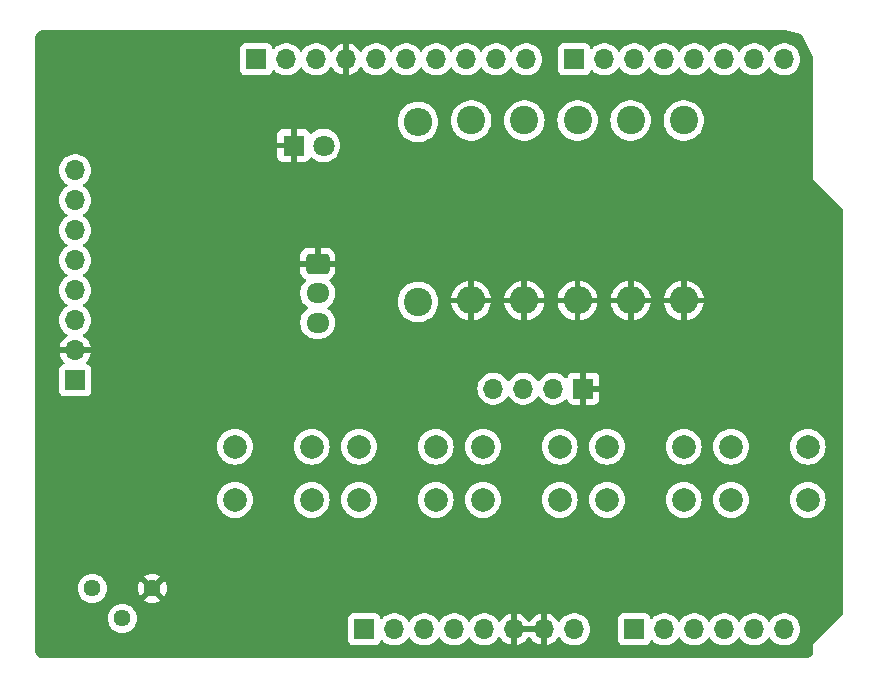
<source format=gbr>
%TF.GenerationSoftware,KiCad,Pcbnew,8.0.8*%
%TF.CreationDate,2025-02-03T17:48:16-07:00*%
%TF.ProjectId,Uno_Shield_ThermoPro,556e6f5f-5368-4696-956c-645f54686572,rev?*%
%TF.SameCoordinates,Original*%
%TF.FileFunction,Copper,L2,Bot*%
%TF.FilePolarity,Positive*%
%FSLAX46Y46*%
G04 Gerber Fmt 4.6, Leading zero omitted, Abs format (unit mm)*
G04 Created by KiCad (PCBNEW 8.0.8) date 2025-02-03 17:48:16*
%MOMM*%
%LPD*%
G01*
G04 APERTURE LIST*
G04 Aperture macros list*
%AMRoundRect*
0 Rectangle with rounded corners*
0 $1 Rounding radius*
0 $2 $3 $4 $5 $6 $7 $8 $9 X,Y pos of 4 corners*
0 Add a 4 corners polygon primitive as box body*
4,1,4,$2,$3,$4,$5,$6,$7,$8,$9,$2,$3,0*
0 Add four circle primitives for the rounded corners*
1,1,$1+$1,$2,$3*
1,1,$1+$1,$4,$5*
1,1,$1+$1,$6,$7*
1,1,$1+$1,$8,$9*
0 Add four rect primitives between the rounded corners*
20,1,$1+$1,$2,$3,$4,$5,0*
20,1,$1+$1,$4,$5,$6,$7,0*
20,1,$1+$1,$6,$7,$8,$9,0*
20,1,$1+$1,$8,$9,$2,$3,0*%
G04 Aperture macros list end*
%TA.AperFunction,ComponentPad*%
%ADD10R,1.700000X1.700000*%
%TD*%
%TA.AperFunction,ComponentPad*%
%ADD11O,1.700000X1.700000*%
%TD*%
%TA.AperFunction,ComponentPad*%
%ADD12C,2.000000*%
%TD*%
%TA.AperFunction,ComponentPad*%
%ADD13RoundRect,0.250000X-0.725000X0.600000X-0.725000X-0.600000X0.725000X-0.600000X0.725000X0.600000X0*%
%TD*%
%TA.AperFunction,ComponentPad*%
%ADD14O,1.950000X1.700000*%
%TD*%
%TA.AperFunction,ComponentPad*%
%ADD15R,1.800000X1.800000*%
%TD*%
%TA.AperFunction,ComponentPad*%
%ADD16C,1.800000*%
%TD*%
%TA.AperFunction,ComponentPad*%
%ADD17C,2.400000*%
%TD*%
%TA.AperFunction,ComponentPad*%
%ADD18O,2.400000X2.400000*%
%TD*%
%TA.AperFunction,ComponentPad*%
%ADD19C,1.440000*%
%TD*%
G04 APERTURE END LIST*
D10*
%TO.P,J1,1,Pin_1*%
%TO.N,unconnected-(J1-Pin_1-Pad1)*%
X127940000Y-97460000D03*
D11*
%TO.P,J1,2,Pin_2*%
%TO.N,/IOREF*%
X130480000Y-97460000D03*
%TO.P,J1,3,Pin_3*%
%TO.N,/~{RESET}*%
X133020000Y-97460000D03*
%TO.P,J1,4,Pin_4*%
%TO.N,+3V3*%
X135560000Y-97460000D03*
%TO.P,J1,5,Pin_5*%
%TO.N,+5V*%
X138100000Y-97460000D03*
%TO.P,J1,6,Pin_6*%
%TO.N,GND*%
X140640000Y-97460000D03*
%TO.P,J1,7,Pin_7*%
X143180000Y-97460000D03*
%TO.P,J1,8,Pin_8*%
%TO.N,VCC*%
X145720000Y-97460000D03*
%TD*%
D10*
%TO.P,J3,1,Pin_1*%
%TO.N,/temp_sensor*%
X150800000Y-97460000D03*
D11*
%TO.P,J3,2,Pin_2*%
%TO.N,/A1*%
X153340000Y-97460000D03*
%TO.P,J3,3,Pin_3*%
%TO.N,/A2*%
X155880000Y-97460000D03*
%TO.P,J3,4,Pin_4*%
%TO.N,/A3*%
X158420000Y-97460000D03*
%TO.P,J3,5,Pin_5*%
%TO.N,/I2C_SDA*%
X160960000Y-97460000D03*
%TO.P,J3,6,Pin_6*%
%TO.N,/I2C_SCL*%
X163500000Y-97460000D03*
%TD*%
D10*
%TO.P,J2,1,Pin_1*%
%TO.N,/I2C_SCL*%
X118796000Y-49200000D03*
D11*
%TO.P,J2,2,Pin_2*%
%TO.N,/I2C_SDA*%
X121336000Y-49200000D03*
%TO.P,J2,3,Pin_3*%
%TO.N,/AREF*%
X123876000Y-49200000D03*
%TO.P,J2,4,Pin_4*%
%TO.N,GND*%
X126416000Y-49200000D03*
%TO.P,J2,5,Pin_5*%
%TO.N,/13*%
X128956000Y-49200000D03*
%TO.P,J2,6,Pin_6*%
%TO.N,/12*%
X131496000Y-49200000D03*
%TO.P,J2,7,Pin_7*%
%TO.N,/\u002A11*%
X134036000Y-49200000D03*
%TO.P,J2,8,Pin_8*%
%TO.N,/\u002A10*%
X136576000Y-49200000D03*
%TO.P,J2,9,Pin_9*%
%TO.N,/LED_light*%
X139116000Y-49200000D03*
%TO.P,J2,10,Pin_10*%
%TO.N,/Temp_Digital*%
X141656000Y-49200000D03*
%TD*%
D10*
%TO.P,J4,1,Pin_1*%
%TO.N,/7*%
X145720000Y-49200000D03*
D11*
%TO.P,J4,2,Pin_2*%
%TO.N,/button_light*%
X148260000Y-49200000D03*
%TO.P,J4,3,Pin_3*%
%TO.N,/button_cal*%
X150800000Y-49200000D03*
%TO.P,J4,4,Pin_4*%
%TO.N,/button_units *%
X153340000Y-49200000D03*
%TO.P,J4,5,Pin_5*%
%TO.N,/button_lock*%
X155880000Y-49200000D03*
%TO.P,J4,6,Pin_6*%
%TO.N,/button_onoff*%
X158420000Y-49200000D03*
%TO.P,J4,7,Pin_7*%
%TO.N,/TX{slash}1*%
X160960000Y-49200000D03*
%TO.P,J4,8,Pin_8*%
%TO.N,/RX{slash}0*%
X163500000Y-49200000D03*
%TD*%
D12*
%TO.P,SW5,1,A*%
%TO.N,/button_light*%
X117000000Y-82000000D03*
X123500000Y-82000000D03*
%TO.P,SW5,2,B*%
%TO.N,+5V*%
X117000000Y-86500000D03*
X123500000Y-86500000D03*
%TD*%
D13*
%TO.P,J7,1,Pin_1*%
%TO.N,GND*%
X124000000Y-66500000D03*
D14*
%TO.P,J7,2,Pin_2*%
%TO.N,/Temp_Digital*%
X124000000Y-69000000D03*
%TO.P,J7,3,Pin_3*%
%TO.N,+5V*%
X124000000Y-71500000D03*
%TD*%
D15*
%TO.P,D1,1,K*%
%TO.N,GND*%
X121960000Y-56500000D03*
D16*
%TO.P,D1,2,A*%
%TO.N,Net-(D1-A)*%
X124500000Y-56500000D03*
%TD*%
D12*
%TO.P,SW2,1,A*%
%TO.N,Net-(SW2-A)*%
X148500000Y-82000000D03*
X155000000Y-82000000D03*
%TO.P,SW2,2,B*%
%TO.N,+5V*%
X148500000Y-86500000D03*
X155000000Y-86500000D03*
%TD*%
D17*
%TO.P,R1,1*%
%TO.N,/button_units *%
X155000000Y-54380000D03*
D18*
%TO.P,R1,2*%
%TO.N,GND*%
X155000000Y-69620000D03*
%TD*%
D17*
%TO.P,R2,1*%
%TO.N,Net-(SW2-A)*%
X150500000Y-54380000D03*
D18*
%TO.P,R2,2*%
%TO.N,GND*%
X150500000Y-69620000D03*
%TD*%
D12*
%TO.P,SW1,1,A*%
%TO.N,/button_units *%
X159000000Y-82000000D03*
X165500000Y-82000000D03*
%TO.P,SW1,2,B*%
%TO.N,+5V*%
X159000000Y-86500000D03*
X165500000Y-86500000D03*
%TD*%
D10*
%TO.P,J6,1,Pin_1*%
%TO.N,GND*%
X146500000Y-77080000D03*
D11*
%TO.P,J6,2,Pin_2*%
%TO.N,+5V*%
X143960000Y-77080000D03*
%TO.P,J6,3,Pin_3*%
%TO.N,/I2C_SCL*%
X141420000Y-77080000D03*
%TO.P,J6,4,Pin_4*%
%TO.N,/I2C_SDA*%
X138880000Y-77080000D03*
%TD*%
D17*
%TO.P,R5,1*%
%TO.N,/button_light*%
X137000000Y-54380000D03*
D18*
%TO.P,R5,2*%
%TO.N,GND*%
X137000000Y-69620000D03*
%TD*%
D19*
%TO.P,RV1,1,1*%
%TO.N,+5V*%
X104920000Y-94000000D03*
%TO.P,RV1,2,2*%
%TO.N,/temp_sensor*%
X107460000Y-96540000D03*
%TO.P,RV1,3,3*%
%TO.N,GND*%
X110000000Y-94000000D03*
%TD*%
D10*
%TO.P,J5,1,Pin_1*%
%TO.N,+5V*%
X103475000Y-76375000D03*
D11*
%TO.P,J5,2,Pin_2*%
%TO.N,GND*%
X103475000Y-73835000D03*
%TO.P,J5,3,Pin_3*%
%TO.N,/I2C_SCL*%
X103475000Y-71295000D03*
%TO.P,J5,4,Pin_4*%
%TO.N,/I2C_SDA*%
X103475000Y-68755000D03*
%TO.P,J5,5,Pin_5*%
%TO.N,unconnected-(J5-Pin_5-Pad5)*%
X103475000Y-66215000D03*
%TO.P,J5,6,Pin_6*%
%TO.N,unconnected-(J5-Pin_6-Pad6)*%
X103475000Y-63675000D03*
%TO.P,J5,7,Pin_7*%
%TO.N,unconnected-(J5-Pin_7-Pad7)*%
X103475000Y-61135000D03*
%TO.P,J5,8,Pin_8*%
%TO.N,unconnected-(J5-Pin_8-Pad8)*%
X103475000Y-58595000D03*
%TD*%
D12*
%TO.P,SW3,1,A*%
%TO.N,/button_cal*%
X138000000Y-82000000D03*
X144500000Y-82000000D03*
%TO.P,SW3,2,B*%
%TO.N,+5V*%
X138000000Y-86500000D03*
X144500000Y-86500000D03*
%TD*%
%TO.P,SW4,1,A*%
%TO.N,/button_lock*%
X127500000Y-82000000D03*
X134000000Y-82000000D03*
%TO.P,SW4,2,B*%
%TO.N,+5V*%
X127500000Y-86500000D03*
X134000000Y-86500000D03*
%TD*%
D17*
%TO.P,R6,1*%
%TO.N,unconnected-(R6-Pad1)*%
X132500000Y-69740000D03*
D18*
%TO.P,R6,2*%
%TO.N,Net-(D1-A)*%
X132500000Y-54500000D03*
%TD*%
D17*
%TO.P,R4,1*%
%TO.N,/button_lock*%
X141500000Y-54380000D03*
D18*
%TO.P,R4,2*%
%TO.N,GND*%
X141500000Y-69620000D03*
%TD*%
D17*
%TO.P,R3,1*%
%TO.N,/button_cal*%
X146000000Y-54380000D03*
D18*
%TO.P,R3,2*%
%TO.N,GND*%
X146000000Y-69620000D03*
%TD*%
%TA.AperFunction,Conductor*%
%TO.N,GND*%
G36*
X142714075Y-97267007D02*
G01*
X142680000Y-97394174D01*
X142680000Y-97525826D01*
X142714075Y-97652993D01*
X142746988Y-97710000D01*
X141073012Y-97710000D01*
X141105925Y-97652993D01*
X141140000Y-97525826D01*
X141140000Y-97394174D01*
X141105925Y-97267007D01*
X141073012Y-97210000D01*
X142746988Y-97210000D01*
X142714075Y-97267007D01*
G37*
%TD.AperFunction*%
%TA.AperFunction,Conductor*%
G36*
X163505087Y-46738568D02*
G01*
X163565387Y-46752236D01*
X164891207Y-47052755D01*
X164952235Y-47086771D01*
X164974703Y-47118231D01*
X165920522Y-49009868D01*
X165931205Y-49041004D01*
X165949762Y-49133786D01*
X165961509Y-49192524D01*
X165962092Y-49195435D01*
X165964500Y-49219754D01*
X165964500Y-59344982D01*
X165964500Y-59375018D01*
X165975994Y-59402767D01*
X165975995Y-59402768D01*
X168468181Y-61894954D01*
X168501666Y-61956277D01*
X168504500Y-61982635D01*
X168504500Y-96107364D01*
X168484815Y-96174403D01*
X168468181Y-96195045D01*
X165997233Y-98665994D01*
X165975995Y-98687231D01*
X165964500Y-98714982D01*
X165964500Y-99231907D01*
X165963903Y-99244062D01*
X165952505Y-99359778D01*
X165947763Y-99383618D01*
X165917832Y-99482290D01*
X165915789Y-99489024D01*
X165906486Y-99511482D01*
X165854561Y-99608627D01*
X165841056Y-99628839D01*
X165771176Y-99713988D01*
X165753988Y-99731176D01*
X165668839Y-99801056D01*
X165648627Y-99814561D01*
X165551482Y-99866486D01*
X165529028Y-99875787D01*
X165487028Y-99888528D01*
X165423618Y-99907763D01*
X165399778Y-99912505D01*
X165291162Y-99923203D01*
X165284060Y-99923903D01*
X165271907Y-99924500D01*
X100768093Y-99924500D01*
X100755939Y-99923903D01*
X100747995Y-99923120D01*
X100640221Y-99912505D01*
X100616381Y-99907763D01*
X100599445Y-99902625D01*
X100510968Y-99875786D01*
X100488517Y-99866486D01*
X100391372Y-99814561D01*
X100371160Y-99801056D01*
X100286011Y-99731176D01*
X100268823Y-99713988D01*
X100198943Y-99628839D01*
X100185438Y-99608627D01*
X100133510Y-99511476D01*
X100124215Y-99489037D01*
X100092234Y-99383612D01*
X100087494Y-99359777D01*
X100076097Y-99244061D01*
X100075500Y-99231907D01*
X100075500Y-96539998D01*
X106226807Y-96539998D01*
X106226807Y-96540001D01*
X106245541Y-96754136D01*
X106245542Y-96754144D01*
X106301176Y-96961772D01*
X106301177Y-96961774D01*
X106301178Y-96961777D01*
X106346934Y-97059901D01*
X106392024Y-97156597D01*
X106392026Y-97156601D01*
X106515319Y-97332682D01*
X106667317Y-97484680D01*
X106843398Y-97607973D01*
X106843400Y-97607974D01*
X106843403Y-97607976D01*
X107038223Y-97698822D01*
X107245858Y-97754458D01*
X107389294Y-97767007D01*
X107459998Y-97773193D01*
X107460000Y-97773193D01*
X107460002Y-97773193D01*
X107530706Y-97767007D01*
X107674142Y-97754458D01*
X107881777Y-97698822D01*
X108076597Y-97607976D01*
X108252681Y-97484681D01*
X108404681Y-97332681D01*
X108527976Y-97156597D01*
X108618822Y-96961777D01*
X108674458Y-96754142D01*
X108691326Y-96561345D01*
X126581500Y-96561345D01*
X126581500Y-98358654D01*
X126588011Y-98419202D01*
X126588011Y-98419204D01*
X126639111Y-98556204D01*
X126726739Y-98673261D01*
X126843796Y-98760889D01*
X126980799Y-98811989D01*
X127008050Y-98814918D01*
X127041345Y-98818499D01*
X127041362Y-98818500D01*
X128838638Y-98818500D01*
X128838654Y-98818499D01*
X128865692Y-98815591D01*
X128899201Y-98811989D01*
X129036204Y-98760889D01*
X129153261Y-98673261D01*
X129240889Y-98556204D01*
X129286138Y-98434887D01*
X129328009Y-98378956D01*
X129393474Y-98354539D01*
X129461746Y-98369391D01*
X129493545Y-98394236D01*
X129556760Y-98462906D01*
X129734424Y-98601189D01*
X129734425Y-98601189D01*
X129734427Y-98601191D01*
X129861135Y-98669761D01*
X129932426Y-98708342D01*
X130145365Y-98781444D01*
X130367431Y-98818500D01*
X130592569Y-98818500D01*
X130814635Y-98781444D01*
X131027574Y-98708342D01*
X131225576Y-98601189D01*
X131403240Y-98462906D01*
X131524594Y-98331082D01*
X131555715Y-98297276D01*
X131555715Y-98297275D01*
X131555722Y-98297268D01*
X131646193Y-98158790D01*
X131699338Y-98113437D01*
X131768569Y-98104013D01*
X131831905Y-98133515D01*
X131853804Y-98158787D01*
X131944278Y-98297268D01*
X131944283Y-98297273D01*
X131944284Y-98297276D01*
X132070968Y-98434889D01*
X132096760Y-98462906D01*
X132274424Y-98601189D01*
X132274425Y-98601189D01*
X132274427Y-98601191D01*
X132401135Y-98669761D01*
X132472426Y-98708342D01*
X132685365Y-98781444D01*
X132907431Y-98818500D01*
X133132569Y-98818500D01*
X133354635Y-98781444D01*
X133567574Y-98708342D01*
X133765576Y-98601189D01*
X133943240Y-98462906D01*
X134064594Y-98331082D01*
X134095715Y-98297276D01*
X134095715Y-98297275D01*
X134095722Y-98297268D01*
X134186193Y-98158790D01*
X134239338Y-98113437D01*
X134308569Y-98104013D01*
X134371905Y-98133515D01*
X134393804Y-98158787D01*
X134484278Y-98297268D01*
X134484283Y-98297273D01*
X134484284Y-98297276D01*
X134610968Y-98434889D01*
X134636760Y-98462906D01*
X134814424Y-98601189D01*
X134814425Y-98601189D01*
X134814427Y-98601191D01*
X134941135Y-98669761D01*
X135012426Y-98708342D01*
X135225365Y-98781444D01*
X135447431Y-98818500D01*
X135672569Y-98818500D01*
X135894635Y-98781444D01*
X136107574Y-98708342D01*
X136305576Y-98601189D01*
X136483240Y-98462906D01*
X136604594Y-98331082D01*
X136635715Y-98297276D01*
X136635715Y-98297275D01*
X136635722Y-98297268D01*
X136726193Y-98158790D01*
X136779338Y-98113437D01*
X136848569Y-98104013D01*
X136911905Y-98133515D01*
X136933804Y-98158787D01*
X137024278Y-98297268D01*
X137024283Y-98297273D01*
X137024284Y-98297276D01*
X137150968Y-98434889D01*
X137176760Y-98462906D01*
X137354424Y-98601189D01*
X137354425Y-98601189D01*
X137354427Y-98601191D01*
X137481135Y-98669761D01*
X137552426Y-98708342D01*
X137765365Y-98781444D01*
X137987431Y-98818500D01*
X138212569Y-98818500D01*
X138434635Y-98781444D01*
X138647574Y-98708342D01*
X138845576Y-98601189D01*
X139023240Y-98462906D01*
X139144594Y-98331082D01*
X139175715Y-98297276D01*
X139175715Y-98297275D01*
X139175722Y-98297268D01*
X139269749Y-98153347D01*
X139322894Y-98107994D01*
X139392125Y-98098570D01*
X139455461Y-98128072D01*
X139475130Y-98150048D01*
X139601890Y-98331078D01*
X139768917Y-98498105D01*
X139962421Y-98633600D01*
X140176507Y-98733429D01*
X140176516Y-98733433D01*
X140390000Y-98790634D01*
X140390000Y-97893012D01*
X140447007Y-97925925D01*
X140574174Y-97960000D01*
X140705826Y-97960000D01*
X140832993Y-97925925D01*
X140890000Y-97893012D01*
X140890000Y-98790633D01*
X141103483Y-98733433D01*
X141103492Y-98733429D01*
X141317578Y-98633600D01*
X141511082Y-98498105D01*
X141678105Y-98331082D01*
X141808425Y-98144968D01*
X141863002Y-98101344D01*
X141932501Y-98094151D01*
X141994855Y-98125673D01*
X142011575Y-98144968D01*
X142141894Y-98331082D01*
X142308917Y-98498105D01*
X142502421Y-98633600D01*
X142716507Y-98733429D01*
X142716516Y-98733433D01*
X142930000Y-98790634D01*
X142930000Y-97893012D01*
X142987007Y-97925925D01*
X143114174Y-97960000D01*
X143245826Y-97960000D01*
X143372993Y-97925925D01*
X143430000Y-97893012D01*
X143430000Y-98790633D01*
X143643483Y-98733433D01*
X143643492Y-98733429D01*
X143857578Y-98633600D01*
X144051082Y-98498105D01*
X144218105Y-98331082D01*
X144344868Y-98150048D01*
X144399445Y-98106423D01*
X144468944Y-98099231D01*
X144531298Y-98130753D01*
X144550251Y-98153350D01*
X144644276Y-98297265D01*
X144644284Y-98297276D01*
X144770968Y-98434889D01*
X144796760Y-98462906D01*
X144974424Y-98601189D01*
X144974425Y-98601189D01*
X144974427Y-98601191D01*
X145101135Y-98669761D01*
X145172426Y-98708342D01*
X145385365Y-98781444D01*
X145607431Y-98818500D01*
X145832569Y-98818500D01*
X146054635Y-98781444D01*
X146267574Y-98708342D01*
X146465576Y-98601189D01*
X146643240Y-98462906D01*
X146764594Y-98331082D01*
X146795715Y-98297276D01*
X146795717Y-98297273D01*
X146795722Y-98297268D01*
X146918860Y-98108791D01*
X147009296Y-97902616D01*
X147064564Y-97684368D01*
X147070894Y-97607976D01*
X147083156Y-97460005D01*
X147083156Y-97459994D01*
X147064565Y-97235640D01*
X147064563Y-97235628D01*
X147009296Y-97017385D01*
X146999071Y-96994075D01*
X146918860Y-96811209D01*
X146902706Y-96786484D01*
X146795723Y-96622734D01*
X146795715Y-96622723D01*
X146739212Y-96561345D01*
X149441500Y-96561345D01*
X149441500Y-98358654D01*
X149448011Y-98419202D01*
X149448011Y-98419204D01*
X149499111Y-98556204D01*
X149586739Y-98673261D01*
X149703796Y-98760889D01*
X149840799Y-98811989D01*
X149868050Y-98814918D01*
X149901345Y-98818499D01*
X149901362Y-98818500D01*
X151698638Y-98818500D01*
X151698654Y-98818499D01*
X151725692Y-98815591D01*
X151759201Y-98811989D01*
X151896204Y-98760889D01*
X152013261Y-98673261D01*
X152100889Y-98556204D01*
X152146138Y-98434887D01*
X152188009Y-98378956D01*
X152253474Y-98354539D01*
X152321746Y-98369391D01*
X152353545Y-98394236D01*
X152416760Y-98462906D01*
X152594424Y-98601189D01*
X152594425Y-98601189D01*
X152594427Y-98601191D01*
X152721135Y-98669761D01*
X152792426Y-98708342D01*
X153005365Y-98781444D01*
X153227431Y-98818500D01*
X153452569Y-98818500D01*
X153674635Y-98781444D01*
X153887574Y-98708342D01*
X154085576Y-98601189D01*
X154263240Y-98462906D01*
X154384594Y-98331082D01*
X154415715Y-98297276D01*
X154415715Y-98297275D01*
X154415722Y-98297268D01*
X154506193Y-98158790D01*
X154559338Y-98113437D01*
X154628569Y-98104013D01*
X154691905Y-98133515D01*
X154713804Y-98158787D01*
X154804278Y-98297268D01*
X154804283Y-98297273D01*
X154804284Y-98297276D01*
X154930968Y-98434889D01*
X154956760Y-98462906D01*
X155134424Y-98601189D01*
X155134425Y-98601189D01*
X155134427Y-98601191D01*
X155261135Y-98669761D01*
X155332426Y-98708342D01*
X155545365Y-98781444D01*
X155767431Y-98818500D01*
X155992569Y-98818500D01*
X156214635Y-98781444D01*
X156427574Y-98708342D01*
X156625576Y-98601189D01*
X156803240Y-98462906D01*
X156924594Y-98331082D01*
X156955715Y-98297276D01*
X156955715Y-98297275D01*
X156955722Y-98297268D01*
X157046193Y-98158790D01*
X157099338Y-98113437D01*
X157168569Y-98104013D01*
X157231905Y-98133515D01*
X157253804Y-98158787D01*
X157344278Y-98297268D01*
X157344283Y-98297273D01*
X157344284Y-98297276D01*
X157470968Y-98434889D01*
X157496760Y-98462906D01*
X157674424Y-98601189D01*
X157674425Y-98601189D01*
X157674427Y-98601191D01*
X157801135Y-98669761D01*
X157872426Y-98708342D01*
X158085365Y-98781444D01*
X158307431Y-98818500D01*
X158532569Y-98818500D01*
X158754635Y-98781444D01*
X158967574Y-98708342D01*
X159165576Y-98601189D01*
X159343240Y-98462906D01*
X159464594Y-98331082D01*
X159495715Y-98297276D01*
X159495715Y-98297275D01*
X159495722Y-98297268D01*
X159586193Y-98158790D01*
X159639338Y-98113437D01*
X159708569Y-98104013D01*
X159771905Y-98133515D01*
X159793804Y-98158787D01*
X159884278Y-98297268D01*
X159884283Y-98297273D01*
X159884284Y-98297276D01*
X160010968Y-98434889D01*
X160036760Y-98462906D01*
X160214424Y-98601189D01*
X160214425Y-98601189D01*
X160214427Y-98601191D01*
X160341135Y-98669761D01*
X160412426Y-98708342D01*
X160625365Y-98781444D01*
X160847431Y-98818500D01*
X161072569Y-98818500D01*
X161294635Y-98781444D01*
X161507574Y-98708342D01*
X161705576Y-98601189D01*
X161883240Y-98462906D01*
X162004594Y-98331082D01*
X162035715Y-98297276D01*
X162035715Y-98297275D01*
X162035722Y-98297268D01*
X162126193Y-98158790D01*
X162179338Y-98113437D01*
X162248569Y-98104013D01*
X162311905Y-98133515D01*
X162333804Y-98158787D01*
X162424278Y-98297268D01*
X162424283Y-98297273D01*
X162424284Y-98297276D01*
X162550968Y-98434889D01*
X162576760Y-98462906D01*
X162754424Y-98601189D01*
X162754425Y-98601189D01*
X162754427Y-98601191D01*
X162881135Y-98669761D01*
X162952426Y-98708342D01*
X163165365Y-98781444D01*
X163387431Y-98818500D01*
X163612569Y-98818500D01*
X163834635Y-98781444D01*
X164047574Y-98708342D01*
X164245576Y-98601189D01*
X164423240Y-98462906D01*
X164544594Y-98331082D01*
X164575715Y-98297276D01*
X164575717Y-98297273D01*
X164575722Y-98297268D01*
X164698860Y-98108791D01*
X164789296Y-97902616D01*
X164844564Y-97684368D01*
X164850894Y-97607976D01*
X164863156Y-97460005D01*
X164863156Y-97459994D01*
X164844565Y-97235640D01*
X164844563Y-97235628D01*
X164789296Y-97017385D01*
X164779071Y-96994075D01*
X164698860Y-96811209D01*
X164682706Y-96786484D01*
X164575723Y-96622734D01*
X164575715Y-96622723D01*
X164423243Y-96457097D01*
X164423238Y-96457092D01*
X164245577Y-96318812D01*
X164245572Y-96318808D01*
X164047580Y-96211661D01*
X164047577Y-96211659D01*
X164047574Y-96211658D01*
X164047571Y-96211657D01*
X164047569Y-96211656D01*
X163834637Y-96138556D01*
X163612569Y-96101500D01*
X163387431Y-96101500D01*
X163165362Y-96138556D01*
X162952430Y-96211656D01*
X162952419Y-96211661D01*
X162754427Y-96318808D01*
X162754422Y-96318812D01*
X162576761Y-96457092D01*
X162576756Y-96457097D01*
X162424284Y-96622723D01*
X162424276Y-96622734D01*
X162333808Y-96761206D01*
X162280662Y-96806562D01*
X162211431Y-96815986D01*
X162148095Y-96786484D01*
X162126192Y-96761206D01*
X162035723Y-96622734D01*
X162035715Y-96622723D01*
X161883243Y-96457097D01*
X161883238Y-96457092D01*
X161705577Y-96318812D01*
X161705572Y-96318808D01*
X161507580Y-96211661D01*
X161507577Y-96211659D01*
X161507574Y-96211658D01*
X161507571Y-96211657D01*
X161507569Y-96211656D01*
X161294637Y-96138556D01*
X161072569Y-96101500D01*
X160847431Y-96101500D01*
X160625362Y-96138556D01*
X160412430Y-96211656D01*
X160412419Y-96211661D01*
X160214427Y-96318808D01*
X160214422Y-96318812D01*
X160036761Y-96457092D01*
X160036756Y-96457097D01*
X159884284Y-96622723D01*
X159884276Y-96622734D01*
X159793808Y-96761206D01*
X159740662Y-96806562D01*
X159671431Y-96815986D01*
X159608095Y-96786484D01*
X159586192Y-96761206D01*
X159495723Y-96622734D01*
X159495715Y-96622723D01*
X159343243Y-96457097D01*
X159343238Y-96457092D01*
X159165577Y-96318812D01*
X159165572Y-96318808D01*
X158967580Y-96211661D01*
X158967577Y-96211659D01*
X158967574Y-96211658D01*
X158967571Y-96211657D01*
X158967569Y-96211656D01*
X158754637Y-96138556D01*
X158532569Y-96101500D01*
X158307431Y-96101500D01*
X158085362Y-96138556D01*
X157872430Y-96211656D01*
X157872419Y-96211661D01*
X157674427Y-96318808D01*
X157674422Y-96318812D01*
X157496761Y-96457092D01*
X157496756Y-96457097D01*
X157344284Y-96622723D01*
X157344276Y-96622734D01*
X157253808Y-96761206D01*
X157200662Y-96806562D01*
X157131431Y-96815986D01*
X157068095Y-96786484D01*
X157046192Y-96761206D01*
X156955723Y-96622734D01*
X156955715Y-96622723D01*
X156803243Y-96457097D01*
X156803238Y-96457092D01*
X156625577Y-96318812D01*
X156625572Y-96318808D01*
X156427580Y-96211661D01*
X156427577Y-96211659D01*
X156427574Y-96211658D01*
X156427571Y-96211657D01*
X156427569Y-96211656D01*
X156214637Y-96138556D01*
X155992569Y-96101500D01*
X155767431Y-96101500D01*
X155545362Y-96138556D01*
X155332430Y-96211656D01*
X155332419Y-96211661D01*
X155134427Y-96318808D01*
X155134422Y-96318812D01*
X154956761Y-96457092D01*
X154956756Y-96457097D01*
X154804284Y-96622723D01*
X154804276Y-96622734D01*
X154713808Y-96761206D01*
X154660662Y-96806562D01*
X154591431Y-96815986D01*
X154528095Y-96786484D01*
X154506192Y-96761206D01*
X154415723Y-96622734D01*
X154415715Y-96622723D01*
X154263243Y-96457097D01*
X154263238Y-96457092D01*
X154085577Y-96318812D01*
X154085572Y-96318808D01*
X153887580Y-96211661D01*
X153887577Y-96211659D01*
X153887574Y-96211658D01*
X153887571Y-96211657D01*
X153887569Y-96211656D01*
X153674637Y-96138556D01*
X153452569Y-96101500D01*
X153227431Y-96101500D01*
X153005362Y-96138556D01*
X152792430Y-96211656D01*
X152792419Y-96211661D01*
X152594427Y-96318808D01*
X152594422Y-96318812D01*
X152416761Y-96457092D01*
X152353548Y-96525760D01*
X152293661Y-96561750D01*
X152223823Y-96559649D01*
X152166207Y-96520124D01*
X152146138Y-96485110D01*
X152100889Y-96363796D01*
X152100888Y-96363795D01*
X152013261Y-96246739D01*
X151896204Y-96159111D01*
X151895172Y-96158726D01*
X151759203Y-96108011D01*
X151698654Y-96101500D01*
X151698638Y-96101500D01*
X149901362Y-96101500D01*
X149901345Y-96101500D01*
X149840797Y-96108011D01*
X149840795Y-96108011D01*
X149703795Y-96159111D01*
X149586739Y-96246739D01*
X149499111Y-96363795D01*
X149448011Y-96500795D01*
X149448011Y-96500797D01*
X149441500Y-96561345D01*
X146739212Y-96561345D01*
X146643243Y-96457097D01*
X146643238Y-96457092D01*
X146465577Y-96318812D01*
X146465572Y-96318808D01*
X146267580Y-96211661D01*
X146267577Y-96211659D01*
X146267574Y-96211658D01*
X146267571Y-96211657D01*
X146267569Y-96211656D01*
X146054637Y-96138556D01*
X145832569Y-96101500D01*
X145607431Y-96101500D01*
X145385362Y-96138556D01*
X145172430Y-96211656D01*
X145172419Y-96211661D01*
X144974427Y-96318808D01*
X144974422Y-96318812D01*
X144796761Y-96457092D01*
X144796756Y-96457097D01*
X144644284Y-96622723D01*
X144644276Y-96622734D01*
X144550251Y-96766650D01*
X144497105Y-96812007D01*
X144427873Y-96821430D01*
X144364538Y-96791928D01*
X144344868Y-96769951D01*
X144218113Y-96588926D01*
X144218108Y-96588920D01*
X144051082Y-96421894D01*
X143857578Y-96286399D01*
X143643492Y-96186570D01*
X143643486Y-96186567D01*
X143430000Y-96129364D01*
X143430000Y-97026988D01*
X143372993Y-96994075D01*
X143245826Y-96960000D01*
X143114174Y-96960000D01*
X142987007Y-96994075D01*
X142930000Y-97026988D01*
X142930000Y-96129364D01*
X142929999Y-96129364D01*
X142716513Y-96186567D01*
X142716507Y-96186570D01*
X142502422Y-96286399D01*
X142502420Y-96286400D01*
X142308926Y-96421886D01*
X142308920Y-96421891D01*
X142141891Y-96588920D01*
X142141890Y-96588922D01*
X142011575Y-96775031D01*
X141956998Y-96818655D01*
X141887499Y-96825848D01*
X141825145Y-96794326D01*
X141808425Y-96775031D01*
X141678109Y-96588922D01*
X141678108Y-96588920D01*
X141511082Y-96421894D01*
X141317578Y-96286399D01*
X141103492Y-96186570D01*
X141103486Y-96186567D01*
X140890000Y-96129364D01*
X140890000Y-97026988D01*
X140832993Y-96994075D01*
X140705826Y-96960000D01*
X140574174Y-96960000D01*
X140447007Y-96994075D01*
X140390000Y-97026988D01*
X140390000Y-96129364D01*
X140389999Y-96129364D01*
X140176513Y-96186567D01*
X140176507Y-96186570D01*
X139962422Y-96286399D01*
X139962420Y-96286400D01*
X139768926Y-96421886D01*
X139768920Y-96421891D01*
X139601891Y-96588920D01*
X139601890Y-96588922D01*
X139475131Y-96769952D01*
X139420554Y-96813577D01*
X139351055Y-96820769D01*
X139288701Y-96789247D01*
X139269752Y-96766656D01*
X139175722Y-96622732D01*
X139175715Y-96622725D01*
X139175715Y-96622723D01*
X139023243Y-96457097D01*
X139023238Y-96457092D01*
X138845577Y-96318812D01*
X138845572Y-96318808D01*
X138647580Y-96211661D01*
X138647577Y-96211659D01*
X138647574Y-96211658D01*
X138647571Y-96211657D01*
X138647569Y-96211656D01*
X138434637Y-96138556D01*
X138212569Y-96101500D01*
X137987431Y-96101500D01*
X137765362Y-96138556D01*
X137552430Y-96211656D01*
X137552419Y-96211661D01*
X137354427Y-96318808D01*
X137354422Y-96318812D01*
X137176761Y-96457092D01*
X137176756Y-96457097D01*
X137024284Y-96622723D01*
X137024276Y-96622734D01*
X136933808Y-96761206D01*
X136880662Y-96806562D01*
X136811431Y-96815986D01*
X136748095Y-96786484D01*
X136726192Y-96761206D01*
X136635723Y-96622734D01*
X136635715Y-96622723D01*
X136483243Y-96457097D01*
X136483238Y-96457092D01*
X136305577Y-96318812D01*
X136305572Y-96318808D01*
X136107580Y-96211661D01*
X136107577Y-96211659D01*
X136107574Y-96211658D01*
X136107571Y-96211657D01*
X136107569Y-96211656D01*
X135894637Y-96138556D01*
X135672569Y-96101500D01*
X135447431Y-96101500D01*
X135225362Y-96138556D01*
X135012430Y-96211656D01*
X135012419Y-96211661D01*
X134814427Y-96318808D01*
X134814422Y-96318812D01*
X134636761Y-96457092D01*
X134636756Y-96457097D01*
X134484284Y-96622723D01*
X134484276Y-96622734D01*
X134393808Y-96761206D01*
X134340662Y-96806562D01*
X134271431Y-96815986D01*
X134208095Y-96786484D01*
X134186192Y-96761206D01*
X134095723Y-96622734D01*
X134095715Y-96622723D01*
X133943243Y-96457097D01*
X133943238Y-96457092D01*
X133765577Y-96318812D01*
X133765572Y-96318808D01*
X133567580Y-96211661D01*
X133567577Y-96211659D01*
X133567574Y-96211658D01*
X133567571Y-96211657D01*
X133567569Y-96211656D01*
X133354637Y-96138556D01*
X133132569Y-96101500D01*
X132907431Y-96101500D01*
X132685362Y-96138556D01*
X132472430Y-96211656D01*
X132472419Y-96211661D01*
X132274427Y-96318808D01*
X132274422Y-96318812D01*
X132096761Y-96457092D01*
X132096756Y-96457097D01*
X131944284Y-96622723D01*
X131944276Y-96622734D01*
X131853808Y-96761206D01*
X131800662Y-96806562D01*
X131731431Y-96815986D01*
X131668095Y-96786484D01*
X131646192Y-96761206D01*
X131555723Y-96622734D01*
X131555715Y-96622723D01*
X131403243Y-96457097D01*
X131403238Y-96457092D01*
X131225577Y-96318812D01*
X131225572Y-96318808D01*
X131027580Y-96211661D01*
X131027577Y-96211659D01*
X131027574Y-96211658D01*
X131027571Y-96211657D01*
X131027569Y-96211656D01*
X130814637Y-96138556D01*
X130592569Y-96101500D01*
X130367431Y-96101500D01*
X130145362Y-96138556D01*
X129932430Y-96211656D01*
X129932419Y-96211661D01*
X129734427Y-96318808D01*
X129734422Y-96318812D01*
X129556761Y-96457092D01*
X129493548Y-96525760D01*
X129433661Y-96561750D01*
X129363823Y-96559649D01*
X129306207Y-96520124D01*
X129286138Y-96485110D01*
X129240889Y-96363796D01*
X129240888Y-96363795D01*
X129153261Y-96246739D01*
X129036204Y-96159111D01*
X129035172Y-96158726D01*
X128899203Y-96108011D01*
X128838654Y-96101500D01*
X128838638Y-96101500D01*
X127041362Y-96101500D01*
X127041345Y-96101500D01*
X126980797Y-96108011D01*
X126980795Y-96108011D01*
X126843795Y-96159111D01*
X126726739Y-96246739D01*
X126639111Y-96363795D01*
X126588011Y-96500795D01*
X126588011Y-96500797D01*
X126581500Y-96561345D01*
X108691326Y-96561345D01*
X108693193Y-96540000D01*
X108674458Y-96325858D01*
X108618822Y-96118223D01*
X108527976Y-95923404D01*
X108404681Y-95747319D01*
X108404679Y-95747316D01*
X108252682Y-95595319D01*
X108076601Y-95472026D01*
X108076597Y-95472024D01*
X108076595Y-95472023D01*
X107881777Y-95381178D01*
X107881774Y-95381177D01*
X107881772Y-95381176D01*
X107674144Y-95325542D01*
X107674136Y-95325541D01*
X107460002Y-95306807D01*
X107459998Y-95306807D01*
X107245863Y-95325541D01*
X107245855Y-95325542D01*
X107038227Y-95381176D01*
X107038221Y-95381179D01*
X106843405Y-95472023D01*
X106843403Y-95472024D01*
X106667316Y-95595320D01*
X106515320Y-95747316D01*
X106392024Y-95923403D01*
X106392023Y-95923405D01*
X106301179Y-96118221D01*
X106301176Y-96118227D01*
X106245542Y-96325855D01*
X106245541Y-96325863D01*
X106226807Y-96539998D01*
X100075500Y-96539998D01*
X100075500Y-93999998D01*
X103686807Y-93999998D01*
X103686807Y-94000001D01*
X103705541Y-94214136D01*
X103705542Y-94214144D01*
X103761176Y-94421772D01*
X103761177Y-94421774D01*
X103761178Y-94421777D01*
X103850032Y-94612325D01*
X103852024Y-94616597D01*
X103852026Y-94616601D01*
X103975319Y-94792682D01*
X104127317Y-94944680D01*
X104303398Y-95067973D01*
X104303400Y-95067974D01*
X104303403Y-95067976D01*
X104498223Y-95158822D01*
X104705858Y-95214458D01*
X104858816Y-95227840D01*
X104919998Y-95233193D01*
X104920000Y-95233193D01*
X104920002Y-95233193D01*
X104973535Y-95228509D01*
X105134142Y-95214458D01*
X105341777Y-95158822D01*
X105536597Y-95067976D01*
X105712681Y-94944681D01*
X105864681Y-94792681D01*
X105987976Y-94616597D01*
X106078822Y-94421777D01*
X106134458Y-94214142D01*
X106153193Y-94000000D01*
X106153193Y-93999997D01*
X108775340Y-93999997D01*
X108775340Y-94000002D01*
X108793944Y-94212654D01*
X108793945Y-94212662D01*
X108849194Y-94418853D01*
X108849197Y-94418859D01*
X108939413Y-94612329D01*
X108978415Y-94668030D01*
X109600000Y-94046445D01*
X109600000Y-94052661D01*
X109627259Y-94154394D01*
X109679920Y-94245606D01*
X109754394Y-94320080D01*
X109845606Y-94372741D01*
X109947339Y-94400000D01*
X109953554Y-94400000D01*
X109331968Y-95021584D01*
X109387663Y-95060582D01*
X109387669Y-95060586D01*
X109581140Y-95150802D01*
X109581146Y-95150805D01*
X109787337Y-95206054D01*
X109787345Y-95206055D01*
X109999998Y-95224660D01*
X110000002Y-95224660D01*
X110212654Y-95206055D01*
X110212662Y-95206054D01*
X110418853Y-95150805D01*
X110418864Y-95150801D01*
X110612325Y-95060589D01*
X110668030Y-95021583D01*
X110046447Y-94400000D01*
X110052661Y-94400000D01*
X110154394Y-94372741D01*
X110245606Y-94320080D01*
X110320080Y-94245606D01*
X110372741Y-94154394D01*
X110400000Y-94052661D01*
X110400000Y-94046446D01*
X111021583Y-94668029D01*
X111060589Y-94612325D01*
X111150801Y-94418864D01*
X111150805Y-94418853D01*
X111206054Y-94212662D01*
X111206055Y-94212654D01*
X111224660Y-94000002D01*
X111224660Y-93999997D01*
X111206055Y-93787345D01*
X111206054Y-93787337D01*
X111150805Y-93581146D01*
X111150802Y-93581140D01*
X111060586Y-93387669D01*
X111060582Y-93387663D01*
X111021584Y-93331968D01*
X110400000Y-93953552D01*
X110400000Y-93947339D01*
X110372741Y-93845606D01*
X110320080Y-93754394D01*
X110245606Y-93679920D01*
X110154394Y-93627259D01*
X110052661Y-93600000D01*
X110046447Y-93600000D01*
X110668030Y-92978415D01*
X110612329Y-92939413D01*
X110418859Y-92849197D01*
X110418853Y-92849194D01*
X110212662Y-92793945D01*
X110212654Y-92793944D01*
X110000002Y-92775340D01*
X109999998Y-92775340D01*
X109787345Y-92793944D01*
X109787337Y-92793945D01*
X109581146Y-92849194D01*
X109581140Y-92849197D01*
X109387671Y-92939412D01*
X109387669Y-92939413D01*
X109331969Y-92978415D01*
X109331968Y-92978415D01*
X109953554Y-93600000D01*
X109947339Y-93600000D01*
X109845606Y-93627259D01*
X109754394Y-93679920D01*
X109679920Y-93754394D01*
X109627259Y-93845606D01*
X109600000Y-93947339D01*
X109600000Y-93953553D01*
X108978415Y-93331968D01*
X108978415Y-93331969D01*
X108939413Y-93387669D01*
X108939412Y-93387671D01*
X108849197Y-93581140D01*
X108849194Y-93581146D01*
X108793945Y-93787337D01*
X108793944Y-93787345D01*
X108775340Y-93999997D01*
X106153193Y-93999997D01*
X106134458Y-93785858D01*
X106078822Y-93578223D01*
X105987976Y-93383404D01*
X105864681Y-93207319D01*
X105864679Y-93207316D01*
X105712682Y-93055319D01*
X105536601Y-92932026D01*
X105536597Y-92932024D01*
X105536595Y-92932023D01*
X105341777Y-92841178D01*
X105341774Y-92841177D01*
X105341772Y-92841176D01*
X105134144Y-92785542D01*
X105134136Y-92785541D01*
X104920002Y-92766807D01*
X104919998Y-92766807D01*
X104705863Y-92785541D01*
X104705855Y-92785542D01*
X104498227Y-92841176D01*
X104498221Y-92841179D01*
X104303405Y-92932023D01*
X104303403Y-92932024D01*
X104127316Y-93055320D01*
X103975320Y-93207316D01*
X103852024Y-93383403D01*
X103852023Y-93383405D01*
X103761179Y-93578221D01*
X103761176Y-93578227D01*
X103705542Y-93785855D01*
X103705541Y-93785863D01*
X103686807Y-93999998D01*
X100075500Y-93999998D01*
X100075500Y-86500000D01*
X115486835Y-86500000D01*
X115505465Y-86736714D01*
X115560895Y-86967595D01*
X115560895Y-86967597D01*
X115651757Y-87186959D01*
X115651759Y-87186962D01*
X115775820Y-87389410D01*
X115775821Y-87389413D01*
X115775824Y-87389416D01*
X115930031Y-87569969D01*
X116069797Y-87689340D01*
X116110586Y-87724178D01*
X116110589Y-87724179D01*
X116313037Y-87848240D01*
X116313040Y-87848242D01*
X116532403Y-87939104D01*
X116532404Y-87939104D01*
X116532406Y-87939105D01*
X116763289Y-87994535D01*
X117000000Y-88013165D01*
X117236711Y-87994535D01*
X117467594Y-87939105D01*
X117467596Y-87939104D01*
X117467597Y-87939104D01*
X117686959Y-87848242D01*
X117686960Y-87848241D01*
X117686963Y-87848240D01*
X117889416Y-87724176D01*
X118069969Y-87569969D01*
X118224176Y-87389416D01*
X118348240Y-87186963D01*
X118439105Y-86967594D01*
X118494535Y-86736711D01*
X118513165Y-86500000D01*
X121986835Y-86500000D01*
X122005465Y-86736714D01*
X122060895Y-86967595D01*
X122060895Y-86967597D01*
X122151757Y-87186959D01*
X122151759Y-87186962D01*
X122275820Y-87389410D01*
X122275821Y-87389413D01*
X122275824Y-87389416D01*
X122430031Y-87569969D01*
X122569797Y-87689340D01*
X122610586Y-87724178D01*
X122610589Y-87724179D01*
X122813037Y-87848240D01*
X122813040Y-87848242D01*
X123032403Y-87939104D01*
X123032404Y-87939104D01*
X123032406Y-87939105D01*
X123263289Y-87994535D01*
X123500000Y-88013165D01*
X123736711Y-87994535D01*
X123967594Y-87939105D01*
X123967596Y-87939104D01*
X123967597Y-87939104D01*
X124186959Y-87848242D01*
X124186960Y-87848241D01*
X124186963Y-87848240D01*
X124389416Y-87724176D01*
X124569969Y-87569969D01*
X124724176Y-87389416D01*
X124848240Y-87186963D01*
X124939105Y-86967594D01*
X124994535Y-86736711D01*
X125013165Y-86500000D01*
X125986835Y-86500000D01*
X126005465Y-86736714D01*
X126060895Y-86967595D01*
X126060895Y-86967597D01*
X126151757Y-87186959D01*
X126151759Y-87186962D01*
X126275820Y-87389410D01*
X126275821Y-87389413D01*
X126275824Y-87389416D01*
X126430031Y-87569969D01*
X126569797Y-87689340D01*
X126610586Y-87724178D01*
X126610589Y-87724179D01*
X126813037Y-87848240D01*
X126813040Y-87848242D01*
X127032403Y-87939104D01*
X127032404Y-87939104D01*
X127032406Y-87939105D01*
X127263289Y-87994535D01*
X127500000Y-88013165D01*
X127736711Y-87994535D01*
X127967594Y-87939105D01*
X127967596Y-87939104D01*
X127967597Y-87939104D01*
X128186959Y-87848242D01*
X128186960Y-87848241D01*
X128186963Y-87848240D01*
X128389416Y-87724176D01*
X128569969Y-87569969D01*
X128724176Y-87389416D01*
X128848240Y-87186963D01*
X128939105Y-86967594D01*
X128994535Y-86736711D01*
X129013165Y-86500000D01*
X132486835Y-86500000D01*
X132505465Y-86736714D01*
X132560895Y-86967595D01*
X132560895Y-86967597D01*
X132651757Y-87186959D01*
X132651759Y-87186962D01*
X132775820Y-87389410D01*
X132775821Y-87389413D01*
X132775824Y-87389416D01*
X132930031Y-87569969D01*
X133069797Y-87689340D01*
X133110586Y-87724178D01*
X133110589Y-87724179D01*
X133313037Y-87848240D01*
X133313040Y-87848242D01*
X133532403Y-87939104D01*
X133532404Y-87939104D01*
X133532406Y-87939105D01*
X133763289Y-87994535D01*
X134000000Y-88013165D01*
X134236711Y-87994535D01*
X134467594Y-87939105D01*
X134467596Y-87939104D01*
X134467597Y-87939104D01*
X134686959Y-87848242D01*
X134686960Y-87848241D01*
X134686963Y-87848240D01*
X134889416Y-87724176D01*
X135069969Y-87569969D01*
X135224176Y-87389416D01*
X135348240Y-87186963D01*
X135439105Y-86967594D01*
X135494535Y-86736711D01*
X135513165Y-86500000D01*
X136486835Y-86500000D01*
X136505465Y-86736714D01*
X136560895Y-86967595D01*
X136560895Y-86967597D01*
X136651757Y-87186959D01*
X136651759Y-87186962D01*
X136775820Y-87389410D01*
X136775821Y-87389413D01*
X136775824Y-87389416D01*
X136930031Y-87569969D01*
X137069797Y-87689340D01*
X137110586Y-87724178D01*
X137110589Y-87724179D01*
X137313037Y-87848240D01*
X137313040Y-87848242D01*
X137532403Y-87939104D01*
X137532404Y-87939104D01*
X137532406Y-87939105D01*
X137763289Y-87994535D01*
X138000000Y-88013165D01*
X138236711Y-87994535D01*
X138467594Y-87939105D01*
X138467596Y-87939104D01*
X138467597Y-87939104D01*
X138686959Y-87848242D01*
X138686960Y-87848241D01*
X138686963Y-87848240D01*
X138889416Y-87724176D01*
X139069969Y-87569969D01*
X139224176Y-87389416D01*
X139348240Y-87186963D01*
X139439105Y-86967594D01*
X139494535Y-86736711D01*
X139513165Y-86500000D01*
X142986835Y-86500000D01*
X143005465Y-86736714D01*
X143060895Y-86967595D01*
X143060895Y-86967597D01*
X143151757Y-87186959D01*
X143151759Y-87186962D01*
X143275820Y-87389410D01*
X143275821Y-87389413D01*
X143275824Y-87389416D01*
X143430031Y-87569969D01*
X143569797Y-87689340D01*
X143610586Y-87724178D01*
X143610589Y-87724179D01*
X143813037Y-87848240D01*
X143813040Y-87848242D01*
X144032403Y-87939104D01*
X144032404Y-87939104D01*
X144032406Y-87939105D01*
X144263289Y-87994535D01*
X144500000Y-88013165D01*
X144736711Y-87994535D01*
X144967594Y-87939105D01*
X144967596Y-87939104D01*
X144967597Y-87939104D01*
X145186959Y-87848242D01*
X145186960Y-87848241D01*
X145186963Y-87848240D01*
X145389416Y-87724176D01*
X145569969Y-87569969D01*
X145724176Y-87389416D01*
X145848240Y-87186963D01*
X145939105Y-86967594D01*
X145994535Y-86736711D01*
X146013165Y-86500000D01*
X146986835Y-86500000D01*
X147005465Y-86736714D01*
X147060895Y-86967595D01*
X147060895Y-86967597D01*
X147151757Y-87186959D01*
X147151759Y-87186962D01*
X147275820Y-87389410D01*
X147275821Y-87389413D01*
X147275824Y-87389416D01*
X147430031Y-87569969D01*
X147569797Y-87689340D01*
X147610586Y-87724178D01*
X147610589Y-87724179D01*
X147813037Y-87848240D01*
X147813040Y-87848242D01*
X148032403Y-87939104D01*
X148032404Y-87939104D01*
X148032406Y-87939105D01*
X148263289Y-87994535D01*
X148500000Y-88013165D01*
X148736711Y-87994535D01*
X148967594Y-87939105D01*
X148967596Y-87939104D01*
X148967597Y-87939104D01*
X149186959Y-87848242D01*
X149186960Y-87848241D01*
X149186963Y-87848240D01*
X149389416Y-87724176D01*
X149569969Y-87569969D01*
X149724176Y-87389416D01*
X149848240Y-87186963D01*
X149939105Y-86967594D01*
X149994535Y-86736711D01*
X150013165Y-86500000D01*
X153486835Y-86500000D01*
X153505465Y-86736714D01*
X153560895Y-86967595D01*
X153560895Y-86967597D01*
X153651757Y-87186959D01*
X153651759Y-87186962D01*
X153775820Y-87389410D01*
X153775821Y-87389413D01*
X153775824Y-87389416D01*
X153930031Y-87569969D01*
X154069797Y-87689340D01*
X154110586Y-87724178D01*
X154110589Y-87724179D01*
X154313037Y-87848240D01*
X154313040Y-87848242D01*
X154532403Y-87939104D01*
X154532404Y-87939104D01*
X154532406Y-87939105D01*
X154763289Y-87994535D01*
X155000000Y-88013165D01*
X155236711Y-87994535D01*
X155467594Y-87939105D01*
X155467596Y-87939104D01*
X155467597Y-87939104D01*
X155686959Y-87848242D01*
X155686960Y-87848241D01*
X155686963Y-87848240D01*
X155889416Y-87724176D01*
X156069969Y-87569969D01*
X156224176Y-87389416D01*
X156348240Y-87186963D01*
X156439105Y-86967594D01*
X156494535Y-86736711D01*
X156513165Y-86500000D01*
X157486835Y-86500000D01*
X157505465Y-86736714D01*
X157560895Y-86967595D01*
X157560895Y-86967597D01*
X157651757Y-87186959D01*
X157651759Y-87186962D01*
X157775820Y-87389410D01*
X157775821Y-87389413D01*
X157775824Y-87389416D01*
X157930031Y-87569969D01*
X158069797Y-87689340D01*
X158110586Y-87724178D01*
X158110589Y-87724179D01*
X158313037Y-87848240D01*
X158313040Y-87848242D01*
X158532403Y-87939104D01*
X158532404Y-87939104D01*
X158532406Y-87939105D01*
X158763289Y-87994535D01*
X159000000Y-88013165D01*
X159236711Y-87994535D01*
X159467594Y-87939105D01*
X159467596Y-87939104D01*
X159467597Y-87939104D01*
X159686959Y-87848242D01*
X159686960Y-87848241D01*
X159686963Y-87848240D01*
X159889416Y-87724176D01*
X160069969Y-87569969D01*
X160224176Y-87389416D01*
X160348240Y-87186963D01*
X160439105Y-86967594D01*
X160494535Y-86736711D01*
X160513165Y-86500000D01*
X163986835Y-86500000D01*
X164005465Y-86736714D01*
X164060895Y-86967595D01*
X164060895Y-86967597D01*
X164151757Y-87186959D01*
X164151759Y-87186962D01*
X164275820Y-87389410D01*
X164275821Y-87389413D01*
X164275824Y-87389416D01*
X164430031Y-87569969D01*
X164569797Y-87689340D01*
X164610586Y-87724178D01*
X164610589Y-87724179D01*
X164813037Y-87848240D01*
X164813040Y-87848242D01*
X165032403Y-87939104D01*
X165032404Y-87939104D01*
X165032406Y-87939105D01*
X165263289Y-87994535D01*
X165500000Y-88013165D01*
X165736711Y-87994535D01*
X165967594Y-87939105D01*
X165967596Y-87939104D01*
X165967597Y-87939104D01*
X166186959Y-87848242D01*
X166186960Y-87848241D01*
X166186963Y-87848240D01*
X166389416Y-87724176D01*
X166569969Y-87569969D01*
X166724176Y-87389416D01*
X166848240Y-87186963D01*
X166939105Y-86967594D01*
X166994535Y-86736711D01*
X167013165Y-86500000D01*
X166994535Y-86263289D01*
X166939105Y-86032406D01*
X166939104Y-86032403D01*
X166939104Y-86032402D01*
X166848242Y-85813040D01*
X166848240Y-85813037D01*
X166724179Y-85610589D01*
X166724178Y-85610586D01*
X166689340Y-85569797D01*
X166569969Y-85430031D01*
X166450596Y-85328076D01*
X166389413Y-85275821D01*
X166389410Y-85275820D01*
X166186962Y-85151759D01*
X166186959Y-85151757D01*
X165967596Y-85060895D01*
X165736714Y-85005465D01*
X165500000Y-84986835D01*
X165263285Y-85005465D01*
X165032404Y-85060895D01*
X165032402Y-85060895D01*
X164813040Y-85151757D01*
X164813037Y-85151759D01*
X164610589Y-85275820D01*
X164610586Y-85275821D01*
X164430031Y-85430031D01*
X164275821Y-85610586D01*
X164275820Y-85610589D01*
X164151759Y-85813037D01*
X164151757Y-85813040D01*
X164060895Y-86032402D01*
X164060895Y-86032404D01*
X164005465Y-86263285D01*
X163986835Y-86500000D01*
X160513165Y-86500000D01*
X160494535Y-86263289D01*
X160439105Y-86032406D01*
X160439104Y-86032403D01*
X160439104Y-86032402D01*
X160348242Y-85813040D01*
X160348240Y-85813037D01*
X160224179Y-85610589D01*
X160224178Y-85610586D01*
X160189340Y-85569797D01*
X160069969Y-85430031D01*
X159950596Y-85328076D01*
X159889413Y-85275821D01*
X159889410Y-85275820D01*
X159686962Y-85151759D01*
X159686959Y-85151757D01*
X159467596Y-85060895D01*
X159236714Y-85005465D01*
X159000000Y-84986835D01*
X158763285Y-85005465D01*
X158532404Y-85060895D01*
X158532402Y-85060895D01*
X158313040Y-85151757D01*
X158313037Y-85151759D01*
X158110589Y-85275820D01*
X158110586Y-85275821D01*
X157930031Y-85430031D01*
X157775821Y-85610586D01*
X157775820Y-85610589D01*
X157651759Y-85813037D01*
X157651757Y-85813040D01*
X157560895Y-86032402D01*
X157560895Y-86032404D01*
X157505465Y-86263285D01*
X157486835Y-86500000D01*
X156513165Y-86500000D01*
X156494535Y-86263289D01*
X156439105Y-86032406D01*
X156439104Y-86032403D01*
X156439104Y-86032402D01*
X156348242Y-85813040D01*
X156348240Y-85813037D01*
X156224179Y-85610589D01*
X156224178Y-85610586D01*
X156189340Y-85569797D01*
X156069969Y-85430031D01*
X155950596Y-85328076D01*
X155889413Y-85275821D01*
X155889410Y-85275820D01*
X155686962Y-85151759D01*
X155686959Y-85151757D01*
X155467596Y-85060895D01*
X155236714Y-85005465D01*
X155000000Y-84986835D01*
X154763285Y-85005465D01*
X154532404Y-85060895D01*
X154532402Y-85060895D01*
X154313040Y-85151757D01*
X154313037Y-85151759D01*
X154110589Y-85275820D01*
X154110586Y-85275821D01*
X153930031Y-85430031D01*
X153775821Y-85610586D01*
X153775820Y-85610589D01*
X153651759Y-85813037D01*
X153651757Y-85813040D01*
X153560895Y-86032402D01*
X153560895Y-86032404D01*
X153505465Y-86263285D01*
X153486835Y-86500000D01*
X150013165Y-86500000D01*
X149994535Y-86263289D01*
X149939105Y-86032406D01*
X149939104Y-86032403D01*
X149939104Y-86032402D01*
X149848242Y-85813040D01*
X149848240Y-85813037D01*
X149724179Y-85610589D01*
X149724178Y-85610586D01*
X149689340Y-85569797D01*
X149569969Y-85430031D01*
X149450596Y-85328076D01*
X149389413Y-85275821D01*
X149389410Y-85275820D01*
X149186962Y-85151759D01*
X149186959Y-85151757D01*
X148967596Y-85060895D01*
X148736714Y-85005465D01*
X148500000Y-84986835D01*
X148263285Y-85005465D01*
X148032404Y-85060895D01*
X148032402Y-85060895D01*
X147813040Y-85151757D01*
X147813037Y-85151759D01*
X147610589Y-85275820D01*
X147610586Y-85275821D01*
X147430031Y-85430031D01*
X147275821Y-85610586D01*
X147275820Y-85610589D01*
X147151759Y-85813037D01*
X147151757Y-85813040D01*
X147060895Y-86032402D01*
X147060895Y-86032404D01*
X147005465Y-86263285D01*
X146986835Y-86500000D01*
X146013165Y-86500000D01*
X145994535Y-86263289D01*
X145939105Y-86032406D01*
X145939104Y-86032403D01*
X145939104Y-86032402D01*
X145848242Y-85813040D01*
X145848240Y-85813037D01*
X145724179Y-85610589D01*
X145724178Y-85610586D01*
X145689340Y-85569797D01*
X145569969Y-85430031D01*
X145450596Y-85328076D01*
X145389413Y-85275821D01*
X145389410Y-85275820D01*
X145186962Y-85151759D01*
X145186959Y-85151757D01*
X144967596Y-85060895D01*
X144736714Y-85005465D01*
X144500000Y-84986835D01*
X144263285Y-85005465D01*
X144032404Y-85060895D01*
X144032402Y-85060895D01*
X143813040Y-85151757D01*
X143813037Y-85151759D01*
X143610589Y-85275820D01*
X143610586Y-85275821D01*
X143430031Y-85430031D01*
X143275821Y-85610586D01*
X143275820Y-85610589D01*
X143151759Y-85813037D01*
X143151757Y-85813040D01*
X143060895Y-86032402D01*
X143060895Y-86032404D01*
X143005465Y-86263285D01*
X142986835Y-86500000D01*
X139513165Y-86500000D01*
X139494535Y-86263289D01*
X139439105Y-86032406D01*
X139439104Y-86032403D01*
X139439104Y-86032402D01*
X139348242Y-85813040D01*
X139348240Y-85813037D01*
X139224179Y-85610589D01*
X139224178Y-85610586D01*
X139189340Y-85569797D01*
X139069969Y-85430031D01*
X138950596Y-85328076D01*
X138889413Y-85275821D01*
X138889410Y-85275820D01*
X138686962Y-85151759D01*
X138686959Y-85151757D01*
X138467596Y-85060895D01*
X138236714Y-85005465D01*
X138000000Y-84986835D01*
X137763285Y-85005465D01*
X137532404Y-85060895D01*
X137532402Y-85060895D01*
X137313040Y-85151757D01*
X137313037Y-85151759D01*
X137110589Y-85275820D01*
X137110586Y-85275821D01*
X136930031Y-85430031D01*
X136775821Y-85610586D01*
X136775820Y-85610589D01*
X136651759Y-85813037D01*
X136651757Y-85813040D01*
X136560895Y-86032402D01*
X136560895Y-86032404D01*
X136505465Y-86263285D01*
X136486835Y-86500000D01*
X135513165Y-86500000D01*
X135494535Y-86263289D01*
X135439105Y-86032406D01*
X135439104Y-86032403D01*
X135439104Y-86032402D01*
X135348242Y-85813040D01*
X135348240Y-85813037D01*
X135224179Y-85610589D01*
X135224178Y-85610586D01*
X135189340Y-85569797D01*
X135069969Y-85430031D01*
X134950596Y-85328076D01*
X134889413Y-85275821D01*
X134889410Y-85275820D01*
X134686962Y-85151759D01*
X134686959Y-85151757D01*
X134467596Y-85060895D01*
X134236714Y-85005465D01*
X134000000Y-84986835D01*
X133763285Y-85005465D01*
X133532404Y-85060895D01*
X133532402Y-85060895D01*
X133313040Y-85151757D01*
X133313037Y-85151759D01*
X133110589Y-85275820D01*
X133110586Y-85275821D01*
X132930031Y-85430031D01*
X132775821Y-85610586D01*
X132775820Y-85610589D01*
X132651759Y-85813037D01*
X132651757Y-85813040D01*
X132560895Y-86032402D01*
X132560895Y-86032404D01*
X132505465Y-86263285D01*
X132486835Y-86500000D01*
X129013165Y-86500000D01*
X128994535Y-86263289D01*
X128939105Y-86032406D01*
X128939104Y-86032403D01*
X128939104Y-86032402D01*
X128848242Y-85813040D01*
X128848240Y-85813037D01*
X128724179Y-85610589D01*
X128724178Y-85610586D01*
X128689340Y-85569797D01*
X128569969Y-85430031D01*
X128450596Y-85328076D01*
X128389413Y-85275821D01*
X128389410Y-85275820D01*
X128186962Y-85151759D01*
X128186959Y-85151757D01*
X127967596Y-85060895D01*
X127736714Y-85005465D01*
X127500000Y-84986835D01*
X127263285Y-85005465D01*
X127032404Y-85060895D01*
X127032402Y-85060895D01*
X126813040Y-85151757D01*
X126813037Y-85151759D01*
X126610589Y-85275820D01*
X126610586Y-85275821D01*
X126430031Y-85430031D01*
X126275821Y-85610586D01*
X126275820Y-85610589D01*
X126151759Y-85813037D01*
X126151757Y-85813040D01*
X126060895Y-86032402D01*
X126060895Y-86032404D01*
X126005465Y-86263285D01*
X125986835Y-86500000D01*
X125013165Y-86500000D01*
X124994535Y-86263289D01*
X124939105Y-86032406D01*
X124939104Y-86032403D01*
X124939104Y-86032402D01*
X124848242Y-85813040D01*
X124848240Y-85813037D01*
X124724179Y-85610589D01*
X124724178Y-85610586D01*
X124689340Y-85569797D01*
X124569969Y-85430031D01*
X124450596Y-85328076D01*
X124389413Y-85275821D01*
X124389410Y-85275820D01*
X124186962Y-85151759D01*
X124186959Y-85151757D01*
X123967596Y-85060895D01*
X123736714Y-85005465D01*
X123500000Y-84986835D01*
X123263285Y-85005465D01*
X123032404Y-85060895D01*
X123032402Y-85060895D01*
X122813040Y-85151757D01*
X122813037Y-85151759D01*
X122610589Y-85275820D01*
X122610586Y-85275821D01*
X122430031Y-85430031D01*
X122275821Y-85610586D01*
X122275820Y-85610589D01*
X122151759Y-85813037D01*
X122151757Y-85813040D01*
X122060895Y-86032402D01*
X122060895Y-86032404D01*
X122005465Y-86263285D01*
X121986835Y-86500000D01*
X118513165Y-86500000D01*
X118494535Y-86263289D01*
X118439105Y-86032406D01*
X118439104Y-86032403D01*
X118439104Y-86032402D01*
X118348242Y-85813040D01*
X118348240Y-85813037D01*
X118224179Y-85610589D01*
X118224178Y-85610586D01*
X118189340Y-85569797D01*
X118069969Y-85430031D01*
X117950596Y-85328076D01*
X117889413Y-85275821D01*
X117889410Y-85275820D01*
X117686962Y-85151759D01*
X117686959Y-85151757D01*
X117467596Y-85060895D01*
X117236714Y-85005465D01*
X117000000Y-84986835D01*
X116763285Y-85005465D01*
X116532404Y-85060895D01*
X116532402Y-85060895D01*
X116313040Y-85151757D01*
X116313037Y-85151759D01*
X116110589Y-85275820D01*
X116110586Y-85275821D01*
X115930031Y-85430031D01*
X115775821Y-85610586D01*
X115775820Y-85610589D01*
X115651759Y-85813037D01*
X115651757Y-85813040D01*
X115560895Y-86032402D01*
X115560895Y-86032404D01*
X115505465Y-86263285D01*
X115486835Y-86500000D01*
X100075500Y-86500000D01*
X100075500Y-82000000D01*
X115486835Y-82000000D01*
X115505465Y-82236714D01*
X115560895Y-82467595D01*
X115560895Y-82467597D01*
X115651757Y-82686959D01*
X115651759Y-82686962D01*
X115775820Y-82889410D01*
X115775821Y-82889413D01*
X115775824Y-82889416D01*
X115930031Y-83069969D01*
X116069797Y-83189340D01*
X116110586Y-83224178D01*
X116110589Y-83224179D01*
X116313037Y-83348240D01*
X116313040Y-83348242D01*
X116532403Y-83439104D01*
X116532404Y-83439104D01*
X116532406Y-83439105D01*
X116763289Y-83494535D01*
X117000000Y-83513165D01*
X117236711Y-83494535D01*
X117467594Y-83439105D01*
X117467596Y-83439104D01*
X117467597Y-83439104D01*
X117686959Y-83348242D01*
X117686960Y-83348241D01*
X117686963Y-83348240D01*
X117889416Y-83224176D01*
X118069969Y-83069969D01*
X118224176Y-82889416D01*
X118348240Y-82686963D01*
X118439105Y-82467594D01*
X118494535Y-82236711D01*
X118513165Y-82000000D01*
X121986835Y-82000000D01*
X122005465Y-82236714D01*
X122060895Y-82467595D01*
X122060895Y-82467597D01*
X122151757Y-82686959D01*
X122151759Y-82686962D01*
X122275820Y-82889410D01*
X122275821Y-82889413D01*
X122275824Y-82889416D01*
X122430031Y-83069969D01*
X122569797Y-83189340D01*
X122610586Y-83224178D01*
X122610589Y-83224179D01*
X122813037Y-83348240D01*
X122813040Y-83348242D01*
X123032403Y-83439104D01*
X123032404Y-83439104D01*
X123032406Y-83439105D01*
X123263289Y-83494535D01*
X123500000Y-83513165D01*
X123736711Y-83494535D01*
X123967594Y-83439105D01*
X123967596Y-83439104D01*
X123967597Y-83439104D01*
X124186959Y-83348242D01*
X124186960Y-83348241D01*
X124186963Y-83348240D01*
X124389416Y-83224176D01*
X124569969Y-83069969D01*
X124724176Y-82889416D01*
X124848240Y-82686963D01*
X124939105Y-82467594D01*
X124994535Y-82236711D01*
X125013165Y-82000000D01*
X125986835Y-82000000D01*
X126005465Y-82236714D01*
X126060895Y-82467595D01*
X126060895Y-82467597D01*
X126151757Y-82686959D01*
X126151759Y-82686962D01*
X126275820Y-82889410D01*
X126275821Y-82889413D01*
X126275824Y-82889416D01*
X126430031Y-83069969D01*
X126569797Y-83189340D01*
X126610586Y-83224178D01*
X126610589Y-83224179D01*
X126813037Y-83348240D01*
X126813040Y-83348242D01*
X127032403Y-83439104D01*
X127032404Y-83439104D01*
X127032406Y-83439105D01*
X127263289Y-83494535D01*
X127500000Y-83513165D01*
X127736711Y-83494535D01*
X127967594Y-83439105D01*
X127967596Y-83439104D01*
X127967597Y-83439104D01*
X128186959Y-83348242D01*
X128186960Y-83348241D01*
X128186963Y-83348240D01*
X128389416Y-83224176D01*
X128569969Y-83069969D01*
X128724176Y-82889416D01*
X128848240Y-82686963D01*
X128939105Y-82467594D01*
X128994535Y-82236711D01*
X129013165Y-82000000D01*
X132486835Y-82000000D01*
X132505465Y-82236714D01*
X132560895Y-82467595D01*
X132560895Y-82467597D01*
X132651757Y-82686959D01*
X132651759Y-82686962D01*
X132775820Y-82889410D01*
X132775821Y-82889413D01*
X132775824Y-82889416D01*
X132930031Y-83069969D01*
X133069797Y-83189340D01*
X133110586Y-83224178D01*
X133110589Y-83224179D01*
X133313037Y-83348240D01*
X133313040Y-83348242D01*
X133532403Y-83439104D01*
X133532404Y-83439104D01*
X133532406Y-83439105D01*
X133763289Y-83494535D01*
X134000000Y-83513165D01*
X134236711Y-83494535D01*
X134467594Y-83439105D01*
X134467596Y-83439104D01*
X134467597Y-83439104D01*
X134686959Y-83348242D01*
X134686960Y-83348241D01*
X134686963Y-83348240D01*
X134889416Y-83224176D01*
X135069969Y-83069969D01*
X135224176Y-82889416D01*
X135348240Y-82686963D01*
X135439105Y-82467594D01*
X135494535Y-82236711D01*
X135513165Y-82000000D01*
X136486835Y-82000000D01*
X136505465Y-82236714D01*
X136560895Y-82467595D01*
X136560895Y-82467597D01*
X136651757Y-82686959D01*
X136651759Y-82686962D01*
X136775820Y-82889410D01*
X136775821Y-82889413D01*
X136775824Y-82889416D01*
X136930031Y-83069969D01*
X137069797Y-83189340D01*
X137110586Y-83224178D01*
X137110589Y-83224179D01*
X137313037Y-83348240D01*
X137313040Y-83348242D01*
X137532403Y-83439104D01*
X137532404Y-83439104D01*
X137532406Y-83439105D01*
X137763289Y-83494535D01*
X138000000Y-83513165D01*
X138236711Y-83494535D01*
X138467594Y-83439105D01*
X138467596Y-83439104D01*
X138467597Y-83439104D01*
X138686959Y-83348242D01*
X138686960Y-83348241D01*
X138686963Y-83348240D01*
X138889416Y-83224176D01*
X139069969Y-83069969D01*
X139224176Y-82889416D01*
X139348240Y-82686963D01*
X139439105Y-82467594D01*
X139494535Y-82236711D01*
X139513165Y-82000000D01*
X142986835Y-82000000D01*
X143005465Y-82236714D01*
X143060895Y-82467595D01*
X143060895Y-82467597D01*
X143151757Y-82686959D01*
X143151759Y-82686962D01*
X143275820Y-82889410D01*
X143275821Y-82889413D01*
X143275824Y-82889416D01*
X143430031Y-83069969D01*
X143569797Y-83189340D01*
X143610586Y-83224178D01*
X143610589Y-83224179D01*
X143813037Y-83348240D01*
X143813040Y-83348242D01*
X144032403Y-83439104D01*
X144032404Y-83439104D01*
X144032406Y-83439105D01*
X144263289Y-83494535D01*
X144500000Y-83513165D01*
X144736711Y-83494535D01*
X144967594Y-83439105D01*
X144967596Y-83439104D01*
X144967597Y-83439104D01*
X145186959Y-83348242D01*
X145186960Y-83348241D01*
X145186963Y-83348240D01*
X145389416Y-83224176D01*
X145569969Y-83069969D01*
X145724176Y-82889416D01*
X145848240Y-82686963D01*
X145939105Y-82467594D01*
X145994535Y-82236711D01*
X146013165Y-82000000D01*
X146986835Y-82000000D01*
X147005465Y-82236714D01*
X147060895Y-82467595D01*
X147060895Y-82467597D01*
X147151757Y-82686959D01*
X147151759Y-82686962D01*
X147275820Y-82889410D01*
X147275821Y-82889413D01*
X147275824Y-82889416D01*
X147430031Y-83069969D01*
X147569797Y-83189340D01*
X147610586Y-83224178D01*
X147610589Y-83224179D01*
X147813037Y-83348240D01*
X147813040Y-83348242D01*
X148032403Y-83439104D01*
X148032404Y-83439104D01*
X148032406Y-83439105D01*
X148263289Y-83494535D01*
X148500000Y-83513165D01*
X148736711Y-83494535D01*
X148967594Y-83439105D01*
X148967596Y-83439104D01*
X148967597Y-83439104D01*
X149186959Y-83348242D01*
X149186960Y-83348241D01*
X149186963Y-83348240D01*
X149389416Y-83224176D01*
X149569969Y-83069969D01*
X149724176Y-82889416D01*
X149848240Y-82686963D01*
X149939105Y-82467594D01*
X149994535Y-82236711D01*
X150013165Y-82000000D01*
X153486835Y-82000000D01*
X153505465Y-82236714D01*
X153560895Y-82467595D01*
X153560895Y-82467597D01*
X153651757Y-82686959D01*
X153651759Y-82686962D01*
X153775820Y-82889410D01*
X153775821Y-82889413D01*
X153775824Y-82889416D01*
X153930031Y-83069969D01*
X154069797Y-83189340D01*
X154110586Y-83224178D01*
X154110589Y-83224179D01*
X154313037Y-83348240D01*
X154313040Y-83348242D01*
X154532403Y-83439104D01*
X154532404Y-83439104D01*
X154532406Y-83439105D01*
X154763289Y-83494535D01*
X155000000Y-83513165D01*
X155236711Y-83494535D01*
X155467594Y-83439105D01*
X155467596Y-83439104D01*
X155467597Y-83439104D01*
X155686959Y-83348242D01*
X155686960Y-83348241D01*
X155686963Y-83348240D01*
X155889416Y-83224176D01*
X156069969Y-83069969D01*
X156224176Y-82889416D01*
X156348240Y-82686963D01*
X156439105Y-82467594D01*
X156494535Y-82236711D01*
X156513165Y-82000000D01*
X157486835Y-82000000D01*
X157505465Y-82236714D01*
X157560895Y-82467595D01*
X157560895Y-82467597D01*
X157651757Y-82686959D01*
X157651759Y-82686962D01*
X157775820Y-82889410D01*
X157775821Y-82889413D01*
X157775824Y-82889416D01*
X157930031Y-83069969D01*
X158069797Y-83189340D01*
X158110586Y-83224178D01*
X158110589Y-83224179D01*
X158313037Y-83348240D01*
X158313040Y-83348242D01*
X158532403Y-83439104D01*
X158532404Y-83439104D01*
X158532406Y-83439105D01*
X158763289Y-83494535D01*
X159000000Y-83513165D01*
X159236711Y-83494535D01*
X159467594Y-83439105D01*
X159467596Y-83439104D01*
X159467597Y-83439104D01*
X159686959Y-83348242D01*
X159686960Y-83348241D01*
X159686963Y-83348240D01*
X159889416Y-83224176D01*
X160069969Y-83069969D01*
X160224176Y-82889416D01*
X160348240Y-82686963D01*
X160439105Y-82467594D01*
X160494535Y-82236711D01*
X160513165Y-82000000D01*
X163986835Y-82000000D01*
X164005465Y-82236714D01*
X164060895Y-82467595D01*
X164060895Y-82467597D01*
X164151757Y-82686959D01*
X164151759Y-82686962D01*
X164275820Y-82889410D01*
X164275821Y-82889413D01*
X164275824Y-82889416D01*
X164430031Y-83069969D01*
X164569797Y-83189340D01*
X164610586Y-83224178D01*
X164610589Y-83224179D01*
X164813037Y-83348240D01*
X164813040Y-83348242D01*
X165032403Y-83439104D01*
X165032404Y-83439104D01*
X165032406Y-83439105D01*
X165263289Y-83494535D01*
X165500000Y-83513165D01*
X165736711Y-83494535D01*
X165967594Y-83439105D01*
X165967596Y-83439104D01*
X165967597Y-83439104D01*
X166186959Y-83348242D01*
X166186960Y-83348241D01*
X166186963Y-83348240D01*
X166389416Y-83224176D01*
X166569969Y-83069969D01*
X166724176Y-82889416D01*
X166848240Y-82686963D01*
X166939105Y-82467594D01*
X166994535Y-82236711D01*
X167013165Y-82000000D01*
X166994535Y-81763289D01*
X166939105Y-81532406D01*
X166939104Y-81532403D01*
X166939104Y-81532402D01*
X166848242Y-81313040D01*
X166848240Y-81313037D01*
X166724179Y-81110589D01*
X166724178Y-81110586D01*
X166689340Y-81069797D01*
X166569969Y-80930031D01*
X166450596Y-80828076D01*
X166389413Y-80775821D01*
X166389410Y-80775820D01*
X166186962Y-80651759D01*
X166186959Y-80651757D01*
X165967596Y-80560895D01*
X165736714Y-80505465D01*
X165500000Y-80486835D01*
X165263285Y-80505465D01*
X165032404Y-80560895D01*
X165032402Y-80560895D01*
X164813040Y-80651757D01*
X164813037Y-80651759D01*
X164610589Y-80775820D01*
X164610586Y-80775821D01*
X164430031Y-80930031D01*
X164275821Y-81110586D01*
X164275820Y-81110589D01*
X164151759Y-81313037D01*
X164151757Y-81313040D01*
X164060895Y-81532402D01*
X164060895Y-81532404D01*
X164005465Y-81763285D01*
X163986835Y-82000000D01*
X160513165Y-82000000D01*
X160494535Y-81763289D01*
X160439105Y-81532406D01*
X160439104Y-81532403D01*
X160439104Y-81532402D01*
X160348242Y-81313040D01*
X160348240Y-81313037D01*
X160224179Y-81110589D01*
X160224178Y-81110586D01*
X160189340Y-81069797D01*
X160069969Y-80930031D01*
X159950596Y-80828076D01*
X159889413Y-80775821D01*
X159889410Y-80775820D01*
X159686962Y-80651759D01*
X159686959Y-80651757D01*
X159467596Y-80560895D01*
X159236714Y-80505465D01*
X159000000Y-80486835D01*
X158763285Y-80505465D01*
X158532404Y-80560895D01*
X158532402Y-80560895D01*
X158313040Y-80651757D01*
X158313037Y-80651759D01*
X158110589Y-80775820D01*
X158110586Y-80775821D01*
X157930031Y-80930031D01*
X157775821Y-81110586D01*
X157775820Y-81110589D01*
X157651759Y-81313037D01*
X157651757Y-81313040D01*
X157560895Y-81532402D01*
X157560895Y-81532404D01*
X157505465Y-81763285D01*
X157486835Y-82000000D01*
X156513165Y-82000000D01*
X156494535Y-81763289D01*
X156439105Y-81532406D01*
X156439104Y-81532403D01*
X156439104Y-81532402D01*
X156348242Y-81313040D01*
X156348240Y-81313037D01*
X156224179Y-81110589D01*
X156224178Y-81110586D01*
X156189340Y-81069797D01*
X156069969Y-80930031D01*
X155950596Y-80828076D01*
X155889413Y-80775821D01*
X155889410Y-80775820D01*
X155686962Y-80651759D01*
X155686959Y-80651757D01*
X155467596Y-80560895D01*
X155236714Y-80505465D01*
X155000000Y-80486835D01*
X154763285Y-80505465D01*
X154532404Y-80560895D01*
X154532402Y-80560895D01*
X154313040Y-80651757D01*
X154313037Y-80651759D01*
X154110589Y-80775820D01*
X154110586Y-80775821D01*
X153930031Y-80930031D01*
X153775821Y-81110586D01*
X153775820Y-81110589D01*
X153651759Y-81313037D01*
X153651757Y-81313040D01*
X153560895Y-81532402D01*
X153560895Y-81532404D01*
X153505465Y-81763285D01*
X153486835Y-82000000D01*
X150013165Y-82000000D01*
X149994535Y-81763289D01*
X149939105Y-81532406D01*
X149939104Y-81532403D01*
X149939104Y-81532402D01*
X149848242Y-81313040D01*
X149848240Y-81313037D01*
X149724179Y-81110589D01*
X149724178Y-81110586D01*
X149689340Y-81069797D01*
X149569969Y-80930031D01*
X149450596Y-80828076D01*
X149389413Y-80775821D01*
X149389410Y-80775820D01*
X149186962Y-80651759D01*
X149186959Y-80651757D01*
X148967596Y-80560895D01*
X148736714Y-80505465D01*
X148500000Y-80486835D01*
X148263285Y-80505465D01*
X148032404Y-80560895D01*
X148032402Y-80560895D01*
X147813040Y-80651757D01*
X147813037Y-80651759D01*
X147610589Y-80775820D01*
X147610586Y-80775821D01*
X147430031Y-80930031D01*
X147275821Y-81110586D01*
X147275820Y-81110589D01*
X147151759Y-81313037D01*
X147151757Y-81313040D01*
X147060895Y-81532402D01*
X147060895Y-81532404D01*
X147005465Y-81763285D01*
X146986835Y-82000000D01*
X146013165Y-82000000D01*
X145994535Y-81763289D01*
X145939105Y-81532406D01*
X145939104Y-81532403D01*
X145939104Y-81532402D01*
X145848242Y-81313040D01*
X145848240Y-81313037D01*
X145724179Y-81110589D01*
X145724178Y-81110586D01*
X145689340Y-81069797D01*
X145569969Y-80930031D01*
X145450596Y-80828076D01*
X145389413Y-80775821D01*
X145389410Y-80775820D01*
X145186962Y-80651759D01*
X145186959Y-80651757D01*
X144967596Y-80560895D01*
X144736714Y-80505465D01*
X144500000Y-80486835D01*
X144263285Y-80505465D01*
X144032404Y-80560895D01*
X144032402Y-80560895D01*
X143813040Y-80651757D01*
X143813037Y-80651759D01*
X143610589Y-80775820D01*
X143610586Y-80775821D01*
X143430031Y-80930031D01*
X143275821Y-81110586D01*
X143275820Y-81110589D01*
X143151759Y-81313037D01*
X143151757Y-81313040D01*
X143060895Y-81532402D01*
X143060895Y-81532404D01*
X143005465Y-81763285D01*
X142986835Y-82000000D01*
X139513165Y-82000000D01*
X139494535Y-81763289D01*
X139439105Y-81532406D01*
X139439104Y-81532403D01*
X139439104Y-81532402D01*
X139348242Y-81313040D01*
X139348240Y-81313037D01*
X139224179Y-81110589D01*
X139224178Y-81110586D01*
X139189340Y-81069797D01*
X139069969Y-80930031D01*
X138950596Y-80828076D01*
X138889413Y-80775821D01*
X138889410Y-80775820D01*
X138686962Y-80651759D01*
X138686959Y-80651757D01*
X138467596Y-80560895D01*
X138236714Y-80505465D01*
X138000000Y-80486835D01*
X137763285Y-80505465D01*
X137532404Y-80560895D01*
X137532402Y-80560895D01*
X137313040Y-80651757D01*
X137313037Y-80651759D01*
X137110589Y-80775820D01*
X137110586Y-80775821D01*
X136930031Y-80930031D01*
X136775821Y-81110586D01*
X136775820Y-81110589D01*
X136651759Y-81313037D01*
X136651757Y-81313040D01*
X136560895Y-81532402D01*
X136560895Y-81532404D01*
X136505465Y-81763285D01*
X136486835Y-82000000D01*
X135513165Y-82000000D01*
X135494535Y-81763289D01*
X135439105Y-81532406D01*
X135439104Y-81532403D01*
X135439104Y-81532402D01*
X135348242Y-81313040D01*
X135348240Y-81313037D01*
X135224179Y-81110589D01*
X135224178Y-81110586D01*
X135189340Y-81069797D01*
X135069969Y-80930031D01*
X134950596Y-80828076D01*
X134889413Y-80775821D01*
X134889410Y-80775820D01*
X134686962Y-80651759D01*
X134686959Y-80651757D01*
X134467596Y-80560895D01*
X134236714Y-80505465D01*
X134000000Y-80486835D01*
X133763285Y-80505465D01*
X133532404Y-80560895D01*
X133532402Y-80560895D01*
X133313040Y-80651757D01*
X133313037Y-80651759D01*
X133110589Y-80775820D01*
X133110586Y-80775821D01*
X132930031Y-80930031D01*
X132775821Y-81110586D01*
X132775820Y-81110589D01*
X132651759Y-81313037D01*
X132651757Y-81313040D01*
X132560895Y-81532402D01*
X132560895Y-81532404D01*
X132505465Y-81763285D01*
X132486835Y-82000000D01*
X129013165Y-82000000D01*
X128994535Y-81763289D01*
X128939105Y-81532406D01*
X128939104Y-81532403D01*
X128939104Y-81532402D01*
X128848242Y-81313040D01*
X128848240Y-81313037D01*
X128724179Y-81110589D01*
X128724178Y-81110586D01*
X128689340Y-81069797D01*
X128569969Y-80930031D01*
X128450596Y-80828076D01*
X128389413Y-80775821D01*
X128389410Y-80775820D01*
X128186962Y-80651759D01*
X128186959Y-80651757D01*
X127967596Y-80560895D01*
X127736714Y-80505465D01*
X127500000Y-80486835D01*
X127263285Y-80505465D01*
X127032404Y-80560895D01*
X127032402Y-80560895D01*
X126813040Y-80651757D01*
X126813037Y-80651759D01*
X126610589Y-80775820D01*
X126610586Y-80775821D01*
X126430031Y-80930031D01*
X126275821Y-81110586D01*
X126275820Y-81110589D01*
X126151759Y-81313037D01*
X126151757Y-81313040D01*
X126060895Y-81532402D01*
X126060895Y-81532404D01*
X126005465Y-81763285D01*
X125986835Y-82000000D01*
X125013165Y-82000000D01*
X124994535Y-81763289D01*
X124939105Y-81532406D01*
X124939104Y-81532403D01*
X124939104Y-81532402D01*
X124848242Y-81313040D01*
X124848240Y-81313037D01*
X124724179Y-81110589D01*
X124724178Y-81110586D01*
X124689340Y-81069797D01*
X124569969Y-80930031D01*
X124450596Y-80828076D01*
X124389413Y-80775821D01*
X124389410Y-80775820D01*
X124186962Y-80651759D01*
X124186959Y-80651757D01*
X123967596Y-80560895D01*
X123736714Y-80505465D01*
X123500000Y-80486835D01*
X123263285Y-80505465D01*
X123032404Y-80560895D01*
X123032402Y-80560895D01*
X122813040Y-80651757D01*
X122813037Y-80651759D01*
X122610589Y-80775820D01*
X122610586Y-80775821D01*
X122430031Y-80930031D01*
X122275821Y-81110586D01*
X122275820Y-81110589D01*
X122151759Y-81313037D01*
X122151757Y-81313040D01*
X122060895Y-81532402D01*
X122060895Y-81532404D01*
X122005465Y-81763285D01*
X121986835Y-82000000D01*
X118513165Y-82000000D01*
X118494535Y-81763289D01*
X118439105Y-81532406D01*
X118439104Y-81532403D01*
X118439104Y-81532402D01*
X118348242Y-81313040D01*
X118348240Y-81313037D01*
X118224179Y-81110589D01*
X118224178Y-81110586D01*
X118189340Y-81069797D01*
X118069969Y-80930031D01*
X117950596Y-80828076D01*
X117889413Y-80775821D01*
X117889410Y-80775820D01*
X117686962Y-80651759D01*
X117686959Y-80651757D01*
X117467596Y-80560895D01*
X117236714Y-80505465D01*
X117000000Y-80486835D01*
X116763285Y-80505465D01*
X116532404Y-80560895D01*
X116532402Y-80560895D01*
X116313040Y-80651757D01*
X116313037Y-80651759D01*
X116110589Y-80775820D01*
X116110586Y-80775821D01*
X115930031Y-80930031D01*
X115775821Y-81110586D01*
X115775820Y-81110589D01*
X115651759Y-81313037D01*
X115651757Y-81313040D01*
X115560895Y-81532402D01*
X115560895Y-81532404D01*
X115505465Y-81763285D01*
X115486835Y-82000000D01*
X100075500Y-82000000D01*
X100075500Y-58594994D01*
X102111844Y-58594994D01*
X102111844Y-58595005D01*
X102130434Y-58819359D01*
X102130436Y-58819371D01*
X102185703Y-59037614D01*
X102276140Y-59243792D01*
X102399276Y-59432265D01*
X102399284Y-59432276D01*
X102551756Y-59597902D01*
X102551760Y-59597906D01*
X102729424Y-59736189D01*
X102729429Y-59736191D01*
X102729431Y-59736193D01*
X102765930Y-59755946D01*
X102815520Y-59805165D01*
X102830628Y-59873382D01*
X102806457Y-59938937D01*
X102765930Y-59974054D01*
X102729431Y-59993806D01*
X102729422Y-59993812D01*
X102551761Y-60132092D01*
X102551756Y-60132097D01*
X102399284Y-60297723D01*
X102399276Y-60297734D01*
X102276140Y-60486207D01*
X102185703Y-60692385D01*
X102130436Y-60910628D01*
X102130434Y-60910640D01*
X102111844Y-61134994D01*
X102111844Y-61135005D01*
X102130434Y-61359359D01*
X102130436Y-61359371D01*
X102185703Y-61577614D01*
X102276140Y-61783792D01*
X102399276Y-61972265D01*
X102399284Y-61972276D01*
X102551756Y-62137902D01*
X102551760Y-62137906D01*
X102729424Y-62276189D01*
X102729429Y-62276191D01*
X102729431Y-62276193D01*
X102765930Y-62295946D01*
X102815520Y-62345165D01*
X102830628Y-62413382D01*
X102806457Y-62478937D01*
X102765930Y-62514054D01*
X102729431Y-62533806D01*
X102729422Y-62533812D01*
X102551761Y-62672092D01*
X102551756Y-62672097D01*
X102399284Y-62837723D01*
X102399276Y-62837734D01*
X102276140Y-63026207D01*
X102185703Y-63232385D01*
X102130436Y-63450628D01*
X102130434Y-63450640D01*
X102111844Y-63674994D01*
X102111844Y-63675005D01*
X102130434Y-63899359D01*
X102130436Y-63899371D01*
X102185703Y-64117614D01*
X102276140Y-64323792D01*
X102399276Y-64512265D01*
X102399284Y-64512276D01*
X102551756Y-64677902D01*
X102551760Y-64677906D01*
X102729424Y-64816189D01*
X102729429Y-64816191D01*
X102729431Y-64816193D01*
X102765930Y-64835946D01*
X102815520Y-64885165D01*
X102830628Y-64953382D01*
X102806457Y-65018937D01*
X102765930Y-65054054D01*
X102729431Y-65073806D01*
X102729422Y-65073812D01*
X102551761Y-65212092D01*
X102551756Y-65212097D01*
X102399284Y-65377723D01*
X102399276Y-65377734D01*
X102276140Y-65566207D01*
X102185703Y-65772385D01*
X102130436Y-65990628D01*
X102130434Y-65990640D01*
X102111844Y-66214994D01*
X102111844Y-66215005D01*
X102130434Y-66439359D01*
X102130436Y-66439371D01*
X102185703Y-66657614D01*
X102276140Y-66863792D01*
X102399276Y-67052265D01*
X102399284Y-67052276D01*
X102551756Y-67217902D01*
X102551760Y-67217906D01*
X102729424Y-67356189D01*
X102729429Y-67356191D01*
X102729431Y-67356193D01*
X102765930Y-67375946D01*
X102815520Y-67425165D01*
X102830628Y-67493382D01*
X102806457Y-67558937D01*
X102765930Y-67594054D01*
X102729431Y-67613806D01*
X102729422Y-67613812D01*
X102551761Y-67752092D01*
X102551756Y-67752097D01*
X102399284Y-67917723D01*
X102399276Y-67917734D01*
X102276140Y-68106207D01*
X102185703Y-68312385D01*
X102130436Y-68530628D01*
X102130434Y-68530640D01*
X102111844Y-68754994D01*
X102111844Y-68755005D01*
X102130434Y-68979359D01*
X102130436Y-68979371D01*
X102185703Y-69197614D01*
X102276140Y-69403792D01*
X102399276Y-69592265D01*
X102399284Y-69592276D01*
X102551756Y-69757902D01*
X102551760Y-69757906D01*
X102729424Y-69896189D01*
X102729429Y-69896191D01*
X102729431Y-69896193D01*
X102765930Y-69915946D01*
X102815520Y-69965165D01*
X102830628Y-70033382D01*
X102806457Y-70098937D01*
X102765930Y-70134054D01*
X102729431Y-70153806D01*
X102729422Y-70153812D01*
X102551761Y-70292092D01*
X102551756Y-70292097D01*
X102399284Y-70457723D01*
X102399276Y-70457734D01*
X102276140Y-70646207D01*
X102185703Y-70852385D01*
X102130436Y-71070628D01*
X102130434Y-71070640D01*
X102111844Y-71294994D01*
X102111844Y-71295005D01*
X102130434Y-71519359D01*
X102130436Y-71519371D01*
X102185703Y-71737614D01*
X102276140Y-71943792D01*
X102399276Y-72132265D01*
X102399284Y-72132276D01*
X102472685Y-72212009D01*
X102551760Y-72297906D01*
X102729424Y-72436189D01*
X102772693Y-72459605D01*
X102772695Y-72459606D01*
X102822286Y-72508825D01*
X102837394Y-72577042D01*
X102813224Y-72642597D01*
X102784802Y-72670236D01*
X102603922Y-72796890D01*
X102603920Y-72796891D01*
X102436891Y-72963920D01*
X102436886Y-72963926D01*
X102301400Y-73157420D01*
X102301399Y-73157422D01*
X102201570Y-73371507D01*
X102201567Y-73371513D01*
X102144364Y-73584999D01*
X102144364Y-73585000D01*
X103041988Y-73585000D01*
X103009075Y-73642007D01*
X102975000Y-73769174D01*
X102975000Y-73900826D01*
X103009075Y-74027993D01*
X103041988Y-74085000D01*
X102144364Y-74085000D01*
X102201567Y-74298486D01*
X102201570Y-74298492D01*
X102301399Y-74512578D01*
X102436894Y-74706082D01*
X102552727Y-74821915D01*
X102586212Y-74883238D01*
X102581228Y-74952930D01*
X102539356Y-75008863D01*
X102508381Y-75025777D01*
X102378795Y-75074111D01*
X102261739Y-75161739D01*
X102174111Y-75278795D01*
X102123011Y-75415795D01*
X102123011Y-75415797D01*
X102116500Y-75476345D01*
X102116500Y-77273654D01*
X102123011Y-77334202D01*
X102123011Y-77334204D01*
X102174111Y-77471204D01*
X102261739Y-77588261D01*
X102378796Y-77675889D01*
X102515799Y-77726989D01*
X102543050Y-77729918D01*
X102576345Y-77733499D01*
X102576362Y-77733500D01*
X104373638Y-77733500D01*
X104373654Y-77733499D01*
X104400692Y-77730591D01*
X104434201Y-77726989D01*
X104571204Y-77675889D01*
X104688261Y-77588261D01*
X104775889Y-77471204D01*
X104826989Y-77334201D01*
X104830591Y-77300692D01*
X104833499Y-77273654D01*
X104833500Y-77273637D01*
X104833500Y-77079994D01*
X137516844Y-77079994D01*
X137516844Y-77080005D01*
X137535434Y-77304359D01*
X137535436Y-77304371D01*
X137590703Y-77522614D01*
X137681140Y-77728792D01*
X137804276Y-77917265D01*
X137804284Y-77917276D01*
X137924513Y-78047877D01*
X137956760Y-78082906D01*
X138134424Y-78221189D01*
X138134425Y-78221189D01*
X138134427Y-78221191D01*
X138256378Y-78287187D01*
X138332426Y-78328342D01*
X138545365Y-78401444D01*
X138767431Y-78438500D01*
X138992569Y-78438500D01*
X139214635Y-78401444D01*
X139427574Y-78328342D01*
X139625576Y-78221189D01*
X139803240Y-78082906D01*
X139955722Y-77917268D01*
X140046193Y-77778790D01*
X140099338Y-77733437D01*
X140168569Y-77724013D01*
X140231905Y-77753515D01*
X140253804Y-77778787D01*
X140344278Y-77917268D01*
X140344283Y-77917273D01*
X140344284Y-77917276D01*
X140464513Y-78047877D01*
X140496760Y-78082906D01*
X140674424Y-78221189D01*
X140674425Y-78221189D01*
X140674427Y-78221191D01*
X140796378Y-78287187D01*
X140872426Y-78328342D01*
X141085365Y-78401444D01*
X141307431Y-78438500D01*
X141532569Y-78438500D01*
X141754635Y-78401444D01*
X141967574Y-78328342D01*
X142165576Y-78221189D01*
X142343240Y-78082906D01*
X142495722Y-77917268D01*
X142586193Y-77778790D01*
X142639338Y-77733437D01*
X142708569Y-77724013D01*
X142771905Y-77753515D01*
X142793804Y-77778787D01*
X142884278Y-77917268D01*
X142884283Y-77917273D01*
X142884284Y-77917276D01*
X143004513Y-78047877D01*
X143036760Y-78082906D01*
X143214424Y-78221189D01*
X143214425Y-78221189D01*
X143214427Y-78221191D01*
X143336378Y-78287187D01*
X143412426Y-78328342D01*
X143625365Y-78401444D01*
X143847431Y-78438500D01*
X144072569Y-78438500D01*
X144294635Y-78401444D01*
X144507574Y-78328342D01*
X144705576Y-78221189D01*
X144883240Y-78082906D01*
X144952908Y-78007226D01*
X145012793Y-77971237D01*
X145082631Y-77973337D01*
X145140247Y-78012860D01*
X145160318Y-78047877D01*
X145206645Y-78172086D01*
X145206649Y-78172093D01*
X145292809Y-78287187D01*
X145292812Y-78287190D01*
X145407906Y-78373350D01*
X145407913Y-78373354D01*
X145542620Y-78423596D01*
X145542627Y-78423598D01*
X145602155Y-78429999D01*
X145602172Y-78430000D01*
X146250000Y-78430000D01*
X146250000Y-77513012D01*
X146307007Y-77545925D01*
X146434174Y-77580000D01*
X146565826Y-77580000D01*
X146692993Y-77545925D01*
X146750000Y-77513012D01*
X146750000Y-78430000D01*
X147397828Y-78430000D01*
X147397844Y-78429999D01*
X147457372Y-78423598D01*
X147457379Y-78423596D01*
X147592086Y-78373354D01*
X147592093Y-78373350D01*
X147707187Y-78287190D01*
X147707190Y-78287187D01*
X147793350Y-78172093D01*
X147793354Y-78172086D01*
X147843596Y-78037379D01*
X147843598Y-78037372D01*
X147849999Y-77977844D01*
X147850000Y-77977827D01*
X147850000Y-77330000D01*
X146933012Y-77330000D01*
X146965925Y-77272993D01*
X147000000Y-77145826D01*
X147000000Y-77014174D01*
X146965925Y-76887007D01*
X146933012Y-76830000D01*
X147850000Y-76830000D01*
X147850000Y-76182172D01*
X147849999Y-76182155D01*
X147843598Y-76122627D01*
X147843596Y-76122620D01*
X147793354Y-75987913D01*
X147793350Y-75987906D01*
X147707190Y-75872812D01*
X147707187Y-75872809D01*
X147592093Y-75786649D01*
X147592086Y-75786645D01*
X147457379Y-75736403D01*
X147457372Y-75736401D01*
X147397844Y-75730000D01*
X146750000Y-75730000D01*
X146750000Y-76646988D01*
X146692993Y-76614075D01*
X146565826Y-76580000D01*
X146434174Y-76580000D01*
X146307007Y-76614075D01*
X146250000Y-76646988D01*
X146250000Y-75730000D01*
X145602155Y-75730000D01*
X145542627Y-75736401D01*
X145542620Y-75736403D01*
X145407913Y-75786645D01*
X145407906Y-75786649D01*
X145292812Y-75872809D01*
X145292809Y-75872812D01*
X145206649Y-75987906D01*
X145206646Y-75987911D01*
X145160318Y-76112123D01*
X145118446Y-76168056D01*
X145052982Y-76192473D01*
X144984709Y-76177621D01*
X144952910Y-76152775D01*
X144883240Y-76077094D01*
X144705576Y-75938811D01*
X144705575Y-75938810D01*
X144705572Y-75938808D01*
X144507580Y-75831661D01*
X144507577Y-75831659D01*
X144507574Y-75831658D01*
X144507571Y-75831657D01*
X144507569Y-75831656D01*
X144294637Y-75758556D01*
X144072569Y-75721500D01*
X143847431Y-75721500D01*
X143625362Y-75758556D01*
X143412430Y-75831656D01*
X143412419Y-75831661D01*
X143214427Y-75938808D01*
X143214422Y-75938812D01*
X143036761Y-76077092D01*
X143036756Y-76077097D01*
X142884284Y-76242723D01*
X142884276Y-76242734D01*
X142793808Y-76381206D01*
X142740662Y-76426562D01*
X142671431Y-76435986D01*
X142608095Y-76406484D01*
X142586192Y-76381206D01*
X142495723Y-76242734D01*
X142495715Y-76242723D01*
X142343243Y-76077097D01*
X142343238Y-76077092D01*
X142165577Y-75938812D01*
X142165572Y-75938808D01*
X141967580Y-75831661D01*
X141967577Y-75831659D01*
X141967574Y-75831658D01*
X141967571Y-75831657D01*
X141967569Y-75831656D01*
X141754637Y-75758556D01*
X141532569Y-75721500D01*
X141307431Y-75721500D01*
X141085362Y-75758556D01*
X140872430Y-75831656D01*
X140872419Y-75831661D01*
X140674427Y-75938808D01*
X140674422Y-75938812D01*
X140496761Y-76077092D01*
X140496756Y-76077097D01*
X140344284Y-76242723D01*
X140344276Y-76242734D01*
X140253808Y-76381206D01*
X140200662Y-76426562D01*
X140131431Y-76435986D01*
X140068095Y-76406484D01*
X140046192Y-76381206D01*
X139955723Y-76242734D01*
X139955715Y-76242723D01*
X139803243Y-76077097D01*
X139803238Y-76077092D01*
X139625577Y-75938812D01*
X139625572Y-75938808D01*
X139427580Y-75831661D01*
X139427577Y-75831659D01*
X139427574Y-75831658D01*
X139427571Y-75831657D01*
X139427569Y-75831656D01*
X139214637Y-75758556D01*
X138992569Y-75721500D01*
X138767431Y-75721500D01*
X138545362Y-75758556D01*
X138332430Y-75831656D01*
X138332419Y-75831661D01*
X138134427Y-75938808D01*
X138134422Y-75938812D01*
X137956761Y-76077092D01*
X137956756Y-76077097D01*
X137804284Y-76242723D01*
X137804276Y-76242734D01*
X137681140Y-76431207D01*
X137590703Y-76637385D01*
X137535436Y-76855628D01*
X137535434Y-76855640D01*
X137516844Y-77079994D01*
X104833500Y-77079994D01*
X104833500Y-75476362D01*
X104833499Y-75476345D01*
X104830157Y-75445270D01*
X104826989Y-75415799D01*
X104775889Y-75278796D01*
X104688261Y-75161739D01*
X104571204Y-75074111D01*
X104571202Y-75074110D01*
X104571204Y-75074110D01*
X104441619Y-75025777D01*
X104385685Y-74983906D01*
X104361269Y-74918441D01*
X104376121Y-74850168D01*
X104397272Y-74821914D01*
X104513108Y-74706078D01*
X104648600Y-74512578D01*
X104748429Y-74298492D01*
X104748432Y-74298486D01*
X104805636Y-74085000D01*
X103908012Y-74085000D01*
X103940925Y-74027993D01*
X103975000Y-73900826D01*
X103975000Y-73769174D01*
X103940925Y-73642007D01*
X103908012Y-73585000D01*
X104805636Y-73585000D01*
X104805635Y-73584999D01*
X104748432Y-73371513D01*
X104748429Y-73371507D01*
X104648600Y-73157422D01*
X104648599Y-73157420D01*
X104513113Y-72963926D01*
X104513108Y-72963920D01*
X104346082Y-72796894D01*
X104165197Y-72670236D01*
X104121572Y-72615659D01*
X104114380Y-72546160D01*
X104145902Y-72483806D01*
X104177300Y-72459608D01*
X104220576Y-72436189D01*
X104398240Y-72297906D01*
X104550722Y-72132268D01*
X104673860Y-71943791D01*
X104764296Y-71737616D01*
X104819564Y-71519368D01*
X104819565Y-71519359D01*
X104838156Y-71295005D01*
X104838156Y-71294994D01*
X104819565Y-71070640D01*
X104819563Y-71070628D01*
X104764296Y-70852385D01*
X104673859Y-70646207D01*
X104554682Y-70463794D01*
X104550722Y-70457732D01*
X104550719Y-70457729D01*
X104550715Y-70457723D01*
X104398243Y-70292097D01*
X104398238Y-70292092D01*
X104220577Y-70153812D01*
X104220578Y-70153812D01*
X104220576Y-70153811D01*
X104184070Y-70134055D01*
X104134479Y-70084836D01*
X104119371Y-70016619D01*
X104143541Y-69951064D01*
X104184070Y-69915945D01*
X104184084Y-69915936D01*
X104220576Y-69896189D01*
X104398240Y-69757906D01*
X104550722Y-69592268D01*
X104673860Y-69403791D01*
X104764296Y-69197616D01*
X104819564Y-68979368D01*
X104826714Y-68893084D01*
X122516500Y-68893084D01*
X122516500Y-69106915D01*
X122549951Y-69318117D01*
X122616026Y-69521480D01*
X122616027Y-69521483D01*
X122706473Y-69698991D01*
X122713106Y-69712009D01*
X122838794Y-69885004D01*
X122989996Y-70036206D01*
X123056930Y-70084836D01*
X123146182Y-70149682D01*
X123188847Y-70205012D01*
X123194826Y-70274626D01*
X123162220Y-70336421D01*
X123146182Y-70350318D01*
X123133309Y-70359671D01*
X122989996Y-70463794D01*
X122989994Y-70463796D01*
X122989993Y-70463796D01*
X122838796Y-70614993D01*
X122713106Y-70787990D01*
X122616027Y-70978516D01*
X122616026Y-70978519D01*
X122549951Y-71181882D01*
X122516500Y-71393084D01*
X122516500Y-71606915D01*
X122549951Y-71818117D01*
X122616026Y-72021480D01*
X122616027Y-72021483D01*
X122672480Y-72132276D01*
X122713106Y-72212009D01*
X122838794Y-72385004D01*
X122989996Y-72536206D01*
X123162991Y-72661894D01*
X123256438Y-72709507D01*
X123353516Y-72758972D01*
X123353519Y-72758973D01*
X123455200Y-72792010D01*
X123556884Y-72825049D01*
X123768084Y-72858500D01*
X123768085Y-72858500D01*
X124231915Y-72858500D01*
X124231916Y-72858500D01*
X124443116Y-72825049D01*
X124646483Y-72758972D01*
X124837009Y-72661894D01*
X125010004Y-72536206D01*
X125161206Y-72385004D01*
X125286894Y-72212009D01*
X125383972Y-72021483D01*
X125450049Y-71818116D01*
X125483500Y-71606916D01*
X125483500Y-71393084D01*
X125450049Y-71181884D01*
X125383972Y-70978517D01*
X125383972Y-70978516D01*
X125286893Y-70787990D01*
X125280754Y-70779540D01*
X125161206Y-70614996D01*
X125010004Y-70463794D01*
X125001663Y-70457734D01*
X124853818Y-70350318D01*
X124811152Y-70294988D01*
X124805173Y-70225375D01*
X124837779Y-70163580D01*
X124853818Y-70149682D01*
X124943070Y-70084836D01*
X125010004Y-70036206D01*
X125161206Y-69885004D01*
X125266561Y-69739995D01*
X130786709Y-69739995D01*
X130786709Y-69740004D01*
X130805843Y-69995343D01*
X130805844Y-69995348D01*
X130805844Y-69995352D01*
X130805845Y-69995353D01*
X130810699Y-70016619D01*
X130862822Y-70244987D01*
X130862824Y-70244996D01*
X130862826Y-70245001D01*
X130956378Y-70483369D01*
X131084413Y-70705131D01*
X131201843Y-70852384D01*
X131244072Y-70905338D01*
X131421271Y-71069753D01*
X131431781Y-71079505D01*
X131643355Y-71223754D01*
X131643360Y-71223756D01*
X131643361Y-71223757D01*
X131643362Y-71223758D01*
X131764354Y-71282024D01*
X131874061Y-71334856D01*
X131874062Y-71334856D01*
X131874065Y-71334858D01*
X132118757Y-71410335D01*
X132118758Y-71410335D01*
X132118761Y-71410336D01*
X132371958Y-71448499D01*
X132371963Y-71448499D01*
X132371966Y-71448500D01*
X132371967Y-71448500D01*
X132628033Y-71448500D01*
X132628034Y-71448500D01*
X132628041Y-71448499D01*
X132881238Y-71410336D01*
X132881239Y-71410335D01*
X132881243Y-71410335D01*
X133125935Y-71334858D01*
X133356646Y-71223754D01*
X133568219Y-71079505D01*
X133755931Y-70905334D01*
X133915587Y-70705131D01*
X134043622Y-70483369D01*
X134137174Y-70245001D01*
X134194155Y-69995353D01*
X134194156Y-69995343D01*
X134213291Y-69740004D01*
X134213291Y-69739995D01*
X134194156Y-69484656D01*
X134194155Y-69484651D01*
X134194155Y-69484647D01*
X134167987Y-69370000D01*
X135313968Y-69370000D01*
X136451518Y-69370000D01*
X136440889Y-69388409D01*
X136400000Y-69541009D01*
X136400000Y-69698991D01*
X136440889Y-69851591D01*
X136451518Y-69870000D01*
X135313968Y-69870000D01*
X135314274Y-69874079D01*
X135314275Y-69874086D01*
X135370967Y-70122475D01*
X135370973Y-70122494D01*
X135464058Y-70359671D01*
X135464057Y-70359671D01*
X135591455Y-70580328D01*
X135750320Y-70779540D01*
X135937097Y-70952842D01*
X136147616Y-71096371D01*
X136147624Y-71096376D01*
X136377176Y-71206921D01*
X136377174Y-71206921D01*
X136620652Y-71282024D01*
X136620660Y-71282026D01*
X136750000Y-71301520D01*
X136750000Y-70168482D01*
X136768409Y-70179111D01*
X136921009Y-70220000D01*
X137078991Y-70220000D01*
X137231591Y-70179111D01*
X137250000Y-70168482D01*
X137250000Y-71301519D01*
X137379339Y-71282026D01*
X137379347Y-71282024D01*
X137622824Y-71206921D01*
X137852376Y-71096376D01*
X137852377Y-71096375D01*
X138062905Y-70952840D01*
X138249679Y-70779540D01*
X138408544Y-70580328D01*
X138535941Y-70359671D01*
X138629026Y-70122494D01*
X138629032Y-70122475D01*
X138685724Y-69874086D01*
X138685725Y-69874079D01*
X138686032Y-69870000D01*
X137548482Y-69870000D01*
X137559111Y-69851591D01*
X137600000Y-69698991D01*
X137600000Y-69541009D01*
X137559111Y-69388409D01*
X137548482Y-69370000D01*
X138686031Y-69370000D01*
X139813968Y-69370000D01*
X140951518Y-69370000D01*
X140940889Y-69388409D01*
X140900000Y-69541009D01*
X140900000Y-69698991D01*
X140940889Y-69851591D01*
X140951518Y-69870000D01*
X139813968Y-69870000D01*
X139814274Y-69874079D01*
X139814275Y-69874086D01*
X139870967Y-70122475D01*
X139870973Y-70122494D01*
X139964058Y-70359671D01*
X139964057Y-70359671D01*
X140091455Y-70580328D01*
X140250320Y-70779540D01*
X140437097Y-70952842D01*
X140647616Y-71096371D01*
X140647624Y-71096376D01*
X140877176Y-71206921D01*
X140877174Y-71206921D01*
X141120652Y-71282024D01*
X141120660Y-71282026D01*
X141250000Y-71301520D01*
X141250000Y-70168482D01*
X141268409Y-70179111D01*
X141421009Y-70220000D01*
X141578991Y-70220000D01*
X141731591Y-70179111D01*
X141750000Y-70168482D01*
X141750000Y-71301519D01*
X141879339Y-71282026D01*
X141879347Y-71282024D01*
X142122824Y-71206921D01*
X142352376Y-71096376D01*
X142352377Y-71096375D01*
X142562905Y-70952840D01*
X142749679Y-70779540D01*
X142908544Y-70580328D01*
X143035941Y-70359671D01*
X143129026Y-70122494D01*
X143129032Y-70122475D01*
X143185724Y-69874086D01*
X143185725Y-69874079D01*
X143186032Y-69870000D01*
X142048482Y-69870000D01*
X142059111Y-69851591D01*
X142100000Y-69698991D01*
X142100000Y-69541009D01*
X142059111Y-69388409D01*
X142048482Y-69370000D01*
X143186031Y-69370000D01*
X144313968Y-69370000D01*
X145451518Y-69370000D01*
X145440889Y-69388409D01*
X145400000Y-69541009D01*
X145400000Y-69698991D01*
X145440889Y-69851591D01*
X145451518Y-69870000D01*
X144313968Y-69870000D01*
X144314274Y-69874079D01*
X144314275Y-69874086D01*
X144370967Y-70122475D01*
X144370973Y-70122494D01*
X144464058Y-70359671D01*
X144464057Y-70359671D01*
X144591455Y-70580328D01*
X144750320Y-70779540D01*
X144937097Y-70952842D01*
X145147616Y-71096371D01*
X145147624Y-71096376D01*
X145377176Y-71206921D01*
X145377174Y-71206921D01*
X145620652Y-71282024D01*
X145620660Y-71282026D01*
X145750000Y-71301520D01*
X145750000Y-70168482D01*
X145768409Y-70179111D01*
X145921009Y-70220000D01*
X146078991Y-70220000D01*
X146231591Y-70179111D01*
X146250000Y-70168482D01*
X146250000Y-71301520D01*
X146379339Y-71282026D01*
X146379347Y-71282024D01*
X146622824Y-71206921D01*
X146852376Y-71096376D01*
X146852377Y-71096375D01*
X147062905Y-70952840D01*
X147249679Y-70779540D01*
X147408544Y-70580328D01*
X147535941Y-70359671D01*
X147629026Y-70122494D01*
X147629032Y-70122475D01*
X147685724Y-69874086D01*
X147685725Y-69874079D01*
X147686032Y-69870000D01*
X146548482Y-69870000D01*
X146559111Y-69851591D01*
X146600000Y-69698991D01*
X146600000Y-69541009D01*
X146559111Y-69388409D01*
X146548482Y-69370000D01*
X147686031Y-69370000D01*
X148813968Y-69370000D01*
X149951518Y-69370000D01*
X149940889Y-69388409D01*
X149900000Y-69541009D01*
X149900000Y-69698991D01*
X149940889Y-69851591D01*
X149951518Y-69870000D01*
X148813968Y-69870000D01*
X148814274Y-69874079D01*
X148814275Y-69874086D01*
X148870967Y-70122475D01*
X148870973Y-70122494D01*
X148964058Y-70359671D01*
X148964057Y-70359671D01*
X149091455Y-70580328D01*
X149250320Y-70779540D01*
X149437097Y-70952842D01*
X149647616Y-71096371D01*
X149647624Y-71096376D01*
X149877176Y-71206921D01*
X149877174Y-71206921D01*
X150120652Y-71282024D01*
X150120660Y-71282026D01*
X150250000Y-71301520D01*
X150250000Y-70168482D01*
X150268409Y-70179111D01*
X150421009Y-70220000D01*
X150578991Y-70220000D01*
X150731591Y-70179111D01*
X150750000Y-70168482D01*
X150750000Y-71301520D01*
X150879339Y-71282026D01*
X150879347Y-71282024D01*
X151122824Y-71206921D01*
X151352376Y-71096376D01*
X151352377Y-71096375D01*
X151562905Y-70952840D01*
X151749679Y-70779540D01*
X151908544Y-70580328D01*
X152035941Y-70359671D01*
X152129026Y-70122494D01*
X152129032Y-70122475D01*
X152185724Y-69874086D01*
X152185725Y-69874079D01*
X152186032Y-69870000D01*
X151048482Y-69870000D01*
X151059111Y-69851591D01*
X151100000Y-69698991D01*
X151100000Y-69541009D01*
X151059111Y-69388409D01*
X151048482Y-69370000D01*
X152186031Y-69370000D01*
X153313968Y-69370000D01*
X154451518Y-69370000D01*
X154440889Y-69388409D01*
X154400000Y-69541009D01*
X154400000Y-69698991D01*
X154440889Y-69851591D01*
X154451518Y-69870000D01*
X153313968Y-69870000D01*
X153314274Y-69874079D01*
X153314275Y-69874086D01*
X153370967Y-70122475D01*
X153370973Y-70122494D01*
X153464058Y-70359671D01*
X153464057Y-70359671D01*
X153591455Y-70580328D01*
X153750320Y-70779540D01*
X153937097Y-70952842D01*
X154147616Y-71096371D01*
X154147624Y-71096376D01*
X154377176Y-71206921D01*
X154377174Y-71206921D01*
X154620652Y-71282024D01*
X154620660Y-71282026D01*
X154750000Y-71301520D01*
X154750000Y-70168482D01*
X154768409Y-70179111D01*
X154921009Y-70220000D01*
X155078991Y-70220000D01*
X155231591Y-70179111D01*
X155250000Y-70168482D01*
X155250000Y-71301520D01*
X155379339Y-71282026D01*
X155379347Y-71282024D01*
X155622824Y-71206921D01*
X155852376Y-71096376D01*
X155852377Y-71096375D01*
X156062905Y-70952840D01*
X156249679Y-70779540D01*
X156408544Y-70580328D01*
X156535941Y-70359671D01*
X156629026Y-70122494D01*
X156629032Y-70122475D01*
X156685724Y-69874086D01*
X156685725Y-69874079D01*
X156686032Y-69870000D01*
X155548482Y-69870000D01*
X155559111Y-69851591D01*
X155600000Y-69698991D01*
X155600000Y-69541009D01*
X155559111Y-69388409D01*
X155548482Y-69370000D01*
X156686031Y-69370000D01*
X156685725Y-69365920D01*
X156685724Y-69365913D01*
X156629032Y-69117524D01*
X156629026Y-69117505D01*
X156535941Y-68880328D01*
X156535942Y-68880328D01*
X156408544Y-68659671D01*
X156249679Y-68460459D01*
X156062905Y-68287159D01*
X155852377Y-68143624D01*
X155852376Y-68143623D01*
X155622823Y-68033078D01*
X155622825Y-68033078D01*
X155379354Y-67957977D01*
X155379348Y-67957976D01*
X155250000Y-67938479D01*
X155250000Y-69071517D01*
X155231591Y-69060889D01*
X155078991Y-69020000D01*
X154921009Y-69020000D01*
X154768409Y-69060889D01*
X154750000Y-69071517D01*
X154750000Y-67938479D01*
X154620651Y-67957976D01*
X154620645Y-67957977D01*
X154377175Y-68033078D01*
X154147624Y-68143623D01*
X154147616Y-68143628D01*
X153937097Y-68287157D01*
X153750320Y-68460459D01*
X153591455Y-68659671D01*
X153464058Y-68880328D01*
X153370973Y-69117505D01*
X153370967Y-69117524D01*
X153314275Y-69365913D01*
X153314274Y-69365920D01*
X153313968Y-69370000D01*
X152186031Y-69370000D01*
X152185725Y-69365920D01*
X152185724Y-69365913D01*
X152129032Y-69117524D01*
X152129026Y-69117505D01*
X152035941Y-68880328D01*
X152035942Y-68880328D01*
X151908544Y-68659671D01*
X151749679Y-68460459D01*
X151562905Y-68287159D01*
X151352377Y-68143624D01*
X151352376Y-68143623D01*
X151122823Y-68033078D01*
X151122825Y-68033078D01*
X150879354Y-67957977D01*
X150879348Y-67957976D01*
X150750000Y-67938479D01*
X150750000Y-69071517D01*
X150731591Y-69060889D01*
X150578991Y-69020000D01*
X150421009Y-69020000D01*
X150268409Y-69060889D01*
X150250000Y-69071517D01*
X150250000Y-67938479D01*
X150120651Y-67957976D01*
X150120645Y-67957977D01*
X149877175Y-68033078D01*
X149647624Y-68143623D01*
X149647616Y-68143628D01*
X149437097Y-68287157D01*
X149250320Y-68460459D01*
X149091455Y-68659671D01*
X148964058Y-68880328D01*
X148870973Y-69117505D01*
X148870967Y-69117524D01*
X148814275Y-69365913D01*
X148814274Y-69365920D01*
X148813968Y-69370000D01*
X147686031Y-69370000D01*
X147685725Y-69365920D01*
X147685724Y-69365913D01*
X147629032Y-69117524D01*
X147629026Y-69117505D01*
X147535941Y-68880328D01*
X147535942Y-68880328D01*
X147408544Y-68659671D01*
X147249679Y-68460459D01*
X147062905Y-68287159D01*
X146852377Y-68143624D01*
X146852376Y-68143623D01*
X146622823Y-68033078D01*
X146622825Y-68033078D01*
X146379354Y-67957977D01*
X146379348Y-67957976D01*
X146250000Y-67938479D01*
X146250000Y-69071517D01*
X146231591Y-69060889D01*
X146078991Y-69020000D01*
X145921009Y-69020000D01*
X145768409Y-69060889D01*
X145750000Y-69071517D01*
X145750000Y-67938479D01*
X145620651Y-67957976D01*
X145620645Y-67957977D01*
X145377175Y-68033078D01*
X145147624Y-68143623D01*
X145147616Y-68143628D01*
X144937097Y-68287157D01*
X144750320Y-68460459D01*
X144591455Y-68659671D01*
X144464058Y-68880328D01*
X144370973Y-69117505D01*
X144370967Y-69117524D01*
X144314275Y-69365913D01*
X144314274Y-69365920D01*
X144313968Y-69370000D01*
X143186031Y-69370000D01*
X143185725Y-69365920D01*
X143185724Y-69365913D01*
X143129032Y-69117524D01*
X143129026Y-69117505D01*
X143035941Y-68880328D01*
X143035942Y-68880328D01*
X142908544Y-68659671D01*
X142749679Y-68460459D01*
X142562905Y-68287159D01*
X142352377Y-68143624D01*
X142352376Y-68143623D01*
X142122823Y-68033078D01*
X142122825Y-68033078D01*
X141879354Y-67957977D01*
X141879348Y-67957976D01*
X141750000Y-67938479D01*
X141750000Y-69071517D01*
X141731591Y-69060889D01*
X141578991Y-69020000D01*
X141421009Y-69020000D01*
X141268409Y-69060889D01*
X141250000Y-69071517D01*
X141250000Y-67938479D01*
X141120651Y-67957976D01*
X141120645Y-67957977D01*
X140877175Y-68033078D01*
X140647624Y-68143623D01*
X140647616Y-68143628D01*
X140437097Y-68287157D01*
X140250320Y-68460459D01*
X140091455Y-68659671D01*
X139964058Y-68880328D01*
X139870973Y-69117505D01*
X139870967Y-69117524D01*
X139814275Y-69365913D01*
X139814274Y-69365920D01*
X139813968Y-69370000D01*
X138686031Y-69370000D01*
X138685725Y-69365920D01*
X138685724Y-69365913D01*
X138629032Y-69117524D01*
X138629026Y-69117505D01*
X138535941Y-68880328D01*
X138535942Y-68880328D01*
X138408544Y-68659671D01*
X138249679Y-68460459D01*
X138062905Y-68287159D01*
X137852377Y-68143624D01*
X137852376Y-68143623D01*
X137622823Y-68033078D01*
X137622825Y-68033078D01*
X137379354Y-67957977D01*
X137379348Y-67957976D01*
X137250000Y-67938479D01*
X137250000Y-69071517D01*
X137231591Y-69060889D01*
X137078991Y-69020000D01*
X136921009Y-69020000D01*
X136768409Y-69060889D01*
X136750000Y-69071517D01*
X136750000Y-67938479D01*
X136620651Y-67957976D01*
X136620645Y-67957977D01*
X136377175Y-68033078D01*
X136147624Y-68143623D01*
X136147616Y-68143628D01*
X135937097Y-68287157D01*
X135750320Y-68460459D01*
X135591455Y-68659671D01*
X135464058Y-68880328D01*
X135370973Y-69117505D01*
X135370967Y-69117524D01*
X135314275Y-69365913D01*
X135314274Y-69365920D01*
X135313968Y-69370000D01*
X134167987Y-69370000D01*
X134137174Y-69234999D01*
X134043622Y-68996631D01*
X133915587Y-68774869D01*
X133755931Y-68574666D01*
X133755930Y-68574665D01*
X133755927Y-68574661D01*
X133632845Y-68460459D01*
X133568219Y-68400495D01*
X133356646Y-68256246D01*
X133356645Y-68256245D01*
X133356638Y-68256241D01*
X133125940Y-68145144D01*
X133125921Y-68145137D01*
X132881248Y-68069666D01*
X132881238Y-68069663D01*
X132628041Y-68031500D01*
X132628034Y-68031500D01*
X132371966Y-68031500D01*
X132371958Y-68031500D01*
X132118761Y-68069663D01*
X132118755Y-68069665D01*
X131874061Y-68145143D01*
X131643362Y-68256241D01*
X131643361Y-68256242D01*
X131431780Y-68400495D01*
X131244072Y-68574661D01*
X131084413Y-68774869D01*
X130956378Y-68996630D01*
X130862828Y-69234993D01*
X130862822Y-69235012D01*
X130805844Y-69484651D01*
X130805843Y-69484656D01*
X130786709Y-69739995D01*
X125266561Y-69739995D01*
X125286894Y-69712009D01*
X125383972Y-69521483D01*
X125450049Y-69318116D01*
X125483500Y-69106916D01*
X125483500Y-68893084D01*
X125450049Y-68681884D01*
X125383972Y-68478517D01*
X125383972Y-68478516D01*
X125286893Y-68287990D01*
X125161206Y-68114996D01*
X125022929Y-67976719D01*
X124989444Y-67915396D01*
X124994428Y-67845704D01*
X125036300Y-67789771D01*
X125045513Y-67783499D01*
X125193345Y-67692315D01*
X125317315Y-67568345D01*
X125409356Y-67419124D01*
X125409358Y-67419119D01*
X125464505Y-67252697D01*
X125464506Y-67252690D01*
X125474999Y-67149986D01*
X125475000Y-67149973D01*
X125475000Y-66750000D01*
X124404146Y-66750000D01*
X124442630Y-66683343D01*
X124475000Y-66562535D01*
X124475000Y-66437465D01*
X124442630Y-66316657D01*
X124404146Y-66250000D01*
X125474999Y-66250000D01*
X125474999Y-65850028D01*
X125474998Y-65850013D01*
X125464505Y-65747302D01*
X125409358Y-65580880D01*
X125409356Y-65580875D01*
X125317315Y-65431654D01*
X125193345Y-65307684D01*
X125044124Y-65215643D01*
X125044119Y-65215641D01*
X124877697Y-65160494D01*
X124877690Y-65160493D01*
X124774986Y-65150000D01*
X124250000Y-65150000D01*
X124250000Y-66095854D01*
X124183343Y-66057370D01*
X124062535Y-66025000D01*
X123937465Y-66025000D01*
X123816657Y-66057370D01*
X123750000Y-66095854D01*
X123750000Y-65150000D01*
X123225028Y-65150000D01*
X123225012Y-65150001D01*
X123122302Y-65160494D01*
X122955880Y-65215641D01*
X122955875Y-65215643D01*
X122806654Y-65307684D01*
X122682684Y-65431654D01*
X122590643Y-65580875D01*
X122590641Y-65580880D01*
X122535494Y-65747302D01*
X122535493Y-65747309D01*
X122525000Y-65850013D01*
X122525000Y-66250000D01*
X123595854Y-66250000D01*
X123557370Y-66316657D01*
X123525000Y-66437465D01*
X123525000Y-66562535D01*
X123557370Y-66683343D01*
X123595854Y-66750000D01*
X122525001Y-66750000D01*
X122525001Y-67149986D01*
X122535494Y-67252697D01*
X122590641Y-67419119D01*
X122590643Y-67419124D01*
X122682684Y-67568345D01*
X122806654Y-67692315D01*
X122954486Y-67783499D01*
X123001210Y-67835447D01*
X123012433Y-67904410D01*
X122984589Y-67968492D01*
X122977071Y-67976719D01*
X122838793Y-68114997D01*
X122713106Y-68287990D01*
X122616027Y-68478516D01*
X122616026Y-68478519D01*
X122549951Y-68681882D01*
X122516500Y-68893084D01*
X104826714Y-68893084D01*
X104838156Y-68755000D01*
X104832097Y-68681884D01*
X104819565Y-68530640D01*
X104819563Y-68530628D01*
X104764296Y-68312385D01*
X104753595Y-68287990D01*
X104673860Y-68106209D01*
X104649983Y-68069663D01*
X104577015Y-67957976D01*
X104550722Y-67917732D01*
X104550719Y-67917729D01*
X104550715Y-67917723D01*
X104398243Y-67752097D01*
X104398238Y-67752092D01*
X104220577Y-67613812D01*
X104220578Y-67613812D01*
X104220576Y-67613811D01*
X104184070Y-67594055D01*
X104134479Y-67544836D01*
X104119371Y-67476619D01*
X104143541Y-67411064D01*
X104184070Y-67375945D01*
X104184084Y-67375936D01*
X104220576Y-67356189D01*
X104398240Y-67217906D01*
X104550722Y-67052268D01*
X104673860Y-66863791D01*
X104764296Y-66657616D01*
X104819564Y-66439368D01*
X104819722Y-66437465D01*
X104838156Y-66215005D01*
X104838156Y-66214994D01*
X104819565Y-65990640D01*
X104819563Y-65990628D01*
X104764296Y-65772385D01*
X104673859Y-65566207D01*
X104550723Y-65377734D01*
X104550715Y-65377723D01*
X104398243Y-65212097D01*
X104398238Y-65212092D01*
X104220577Y-65073812D01*
X104220578Y-65073812D01*
X104220576Y-65073811D01*
X104184070Y-65054055D01*
X104134479Y-65004836D01*
X104119371Y-64936619D01*
X104143541Y-64871064D01*
X104184070Y-64835945D01*
X104184084Y-64835936D01*
X104220576Y-64816189D01*
X104398240Y-64677906D01*
X104550722Y-64512268D01*
X104673860Y-64323791D01*
X104764296Y-64117616D01*
X104819564Y-63899368D01*
X104838156Y-63675000D01*
X104819564Y-63450632D01*
X104764296Y-63232384D01*
X104673860Y-63026209D01*
X104550722Y-62837732D01*
X104550719Y-62837729D01*
X104550715Y-62837723D01*
X104398243Y-62672097D01*
X104398238Y-62672092D01*
X104220577Y-62533812D01*
X104220578Y-62533812D01*
X104220576Y-62533811D01*
X104184070Y-62514055D01*
X104134479Y-62464836D01*
X104119371Y-62396619D01*
X104143541Y-62331064D01*
X104184070Y-62295945D01*
X104184084Y-62295936D01*
X104220576Y-62276189D01*
X104398240Y-62137906D01*
X104497614Y-62029957D01*
X104550715Y-61972276D01*
X104550716Y-61972274D01*
X104550722Y-61972268D01*
X104673860Y-61783791D01*
X104764296Y-61577616D01*
X104819564Y-61359368D01*
X104838156Y-61135000D01*
X104819564Y-60910632D01*
X104764296Y-60692384D01*
X104673860Y-60486209D01*
X104550722Y-60297732D01*
X104550719Y-60297729D01*
X104550715Y-60297723D01*
X104398243Y-60132097D01*
X104398238Y-60132092D01*
X104220577Y-59993812D01*
X104220578Y-59993812D01*
X104220576Y-59993811D01*
X104184070Y-59974055D01*
X104134479Y-59924836D01*
X104119371Y-59856619D01*
X104143541Y-59791064D01*
X104184070Y-59755945D01*
X104184084Y-59755936D01*
X104220576Y-59736189D01*
X104398240Y-59597906D01*
X104550722Y-59432268D01*
X104673860Y-59243791D01*
X104764296Y-59037616D01*
X104819564Y-58819368D01*
X104838156Y-58595000D01*
X104819564Y-58370632D01*
X104764296Y-58152384D01*
X104673860Y-57946209D01*
X104550722Y-57757732D01*
X104550719Y-57757729D01*
X104550715Y-57757723D01*
X104398243Y-57592097D01*
X104398238Y-57592092D01*
X104220577Y-57453812D01*
X104220572Y-57453808D01*
X104022580Y-57346661D01*
X104022577Y-57346659D01*
X104022574Y-57346658D01*
X104022571Y-57346657D01*
X104022569Y-57346656D01*
X103809637Y-57273556D01*
X103587569Y-57236500D01*
X103362431Y-57236500D01*
X103140362Y-57273556D01*
X102927430Y-57346656D01*
X102927419Y-57346661D01*
X102729427Y-57453808D01*
X102729422Y-57453812D01*
X102551761Y-57592092D01*
X102551756Y-57592097D01*
X102399284Y-57757723D01*
X102399276Y-57757734D01*
X102276140Y-57946207D01*
X102185703Y-58152385D01*
X102130436Y-58370628D01*
X102130434Y-58370640D01*
X102111844Y-58594994D01*
X100075500Y-58594994D01*
X100075500Y-55552155D01*
X120560000Y-55552155D01*
X120560000Y-56250000D01*
X121584722Y-56250000D01*
X121540667Y-56326306D01*
X121510000Y-56440756D01*
X121510000Y-56559244D01*
X121540667Y-56673694D01*
X121584722Y-56750000D01*
X120560000Y-56750000D01*
X120560000Y-57447844D01*
X120566401Y-57507372D01*
X120566403Y-57507379D01*
X120616645Y-57642086D01*
X120616649Y-57642093D01*
X120702809Y-57757187D01*
X120702812Y-57757190D01*
X120817906Y-57843350D01*
X120817913Y-57843354D01*
X120952620Y-57893596D01*
X120952627Y-57893598D01*
X121012155Y-57899999D01*
X121012172Y-57900000D01*
X121710000Y-57900000D01*
X121710000Y-56875277D01*
X121786306Y-56919333D01*
X121900756Y-56950000D01*
X122019244Y-56950000D01*
X122133694Y-56919333D01*
X122210000Y-56875277D01*
X122210000Y-57900000D01*
X122907828Y-57900000D01*
X122907844Y-57899999D01*
X122967372Y-57893598D01*
X122967379Y-57893596D01*
X123102086Y-57843354D01*
X123102093Y-57843350D01*
X123217187Y-57757190D01*
X123217190Y-57757187D01*
X123303350Y-57642093D01*
X123303355Y-57642084D01*
X123328940Y-57573486D01*
X123370810Y-57517552D01*
X123436274Y-57493134D01*
X123504547Y-57507985D01*
X123536349Y-57532832D01*
X123542780Y-57539818D01*
X123726983Y-57683190D01*
X123726985Y-57683191D01*
X123726988Y-57683193D01*
X123846331Y-57747777D01*
X123932273Y-57794287D01*
X124046914Y-57833643D01*
X124153045Y-57870079D01*
X124153047Y-57870079D01*
X124153049Y-57870080D01*
X124383288Y-57908500D01*
X124383289Y-57908500D01*
X124616711Y-57908500D01*
X124616712Y-57908500D01*
X124846951Y-57870080D01*
X125067727Y-57794287D01*
X125273017Y-57683190D01*
X125457220Y-57539818D01*
X125615314Y-57368083D01*
X125742984Y-57172669D01*
X125836749Y-56958907D01*
X125894051Y-56732626D01*
X125913327Y-56500000D01*
X125894051Y-56267374D01*
X125836749Y-56041093D01*
X125742984Y-55827331D01*
X125637149Y-55665338D01*
X125615313Y-55631915D01*
X125457223Y-55460185D01*
X125457222Y-55460184D01*
X125457220Y-55460182D01*
X125273017Y-55316810D01*
X125273015Y-55316809D01*
X125273014Y-55316808D01*
X125273011Y-55316806D01*
X125067733Y-55205716D01*
X125067730Y-55205715D01*
X125067727Y-55205713D01*
X125067721Y-55205711D01*
X125067719Y-55205710D01*
X124846954Y-55129920D01*
X124667650Y-55100000D01*
X124616712Y-55091500D01*
X124383288Y-55091500D01*
X124337240Y-55099184D01*
X124153045Y-55129920D01*
X123932280Y-55205710D01*
X123932266Y-55205716D01*
X123726988Y-55316806D01*
X123726985Y-55316808D01*
X123542781Y-55460181D01*
X123542776Y-55460185D01*
X123536346Y-55467170D01*
X123476457Y-55503157D01*
X123406619Y-55501052D01*
X123349005Y-55461524D01*
X123328940Y-55426513D01*
X123303355Y-55357915D01*
X123303350Y-55357906D01*
X123217190Y-55242812D01*
X123217187Y-55242809D01*
X123102093Y-55156649D01*
X123102086Y-55156645D01*
X122967379Y-55106403D01*
X122967372Y-55106401D01*
X122907844Y-55100000D01*
X122210000Y-55100000D01*
X122210000Y-56124722D01*
X122133694Y-56080667D01*
X122019244Y-56050000D01*
X121900756Y-56050000D01*
X121786306Y-56080667D01*
X121710000Y-56124722D01*
X121710000Y-55100000D01*
X121012155Y-55100000D01*
X120952627Y-55106401D01*
X120952620Y-55106403D01*
X120817913Y-55156645D01*
X120817906Y-55156649D01*
X120702812Y-55242809D01*
X120702809Y-55242812D01*
X120616649Y-55357906D01*
X120616645Y-55357913D01*
X120566403Y-55492620D01*
X120566401Y-55492627D01*
X120560000Y-55552155D01*
X100075500Y-55552155D01*
X100075500Y-54499995D01*
X130786709Y-54499995D01*
X130786709Y-54500004D01*
X130805843Y-54755343D01*
X130805844Y-54755348D01*
X130862822Y-55004987D01*
X130862824Y-55004996D01*
X130862826Y-55005001D01*
X130956378Y-55243369D01*
X131084413Y-55465131D01*
X131114738Y-55503157D01*
X131244072Y-55665338D01*
X131418661Y-55827331D01*
X131431781Y-55839505D01*
X131643355Y-55983754D01*
X131643360Y-55983756D01*
X131643361Y-55983757D01*
X131643362Y-55983758D01*
X131762419Y-56041092D01*
X131874061Y-56094856D01*
X131874062Y-56094856D01*
X131874065Y-56094858D01*
X132118757Y-56170335D01*
X132118758Y-56170335D01*
X132118761Y-56170336D01*
X132371958Y-56208499D01*
X132371963Y-56208499D01*
X132371966Y-56208500D01*
X132371967Y-56208500D01*
X132628033Y-56208500D01*
X132628034Y-56208500D01*
X132628041Y-56208499D01*
X132881238Y-56170336D01*
X132881239Y-56170335D01*
X132881243Y-56170335D01*
X133125935Y-56094858D01*
X133356646Y-55983754D01*
X133568219Y-55839505D01*
X133755931Y-55665334D01*
X133915587Y-55465131D01*
X134043622Y-55243369D01*
X134137174Y-55005001D01*
X134194155Y-54755353D01*
X134203148Y-54635348D01*
X134213291Y-54500004D01*
X134213291Y-54499995D01*
X134204298Y-54379995D01*
X135286709Y-54379995D01*
X135286709Y-54380004D01*
X135305843Y-54635343D01*
X135305844Y-54635348D01*
X135362822Y-54884987D01*
X135362824Y-54884996D01*
X135362826Y-54885001D01*
X135456378Y-55123369D01*
X135584413Y-55345131D01*
X135681736Y-55467170D01*
X135744072Y-55545338D01*
X135921271Y-55709753D01*
X135931781Y-55719505D01*
X136143355Y-55863754D01*
X136143360Y-55863756D01*
X136143361Y-55863757D01*
X136143362Y-55863758D01*
X136265890Y-55922764D01*
X136374061Y-55974856D01*
X136374062Y-55974856D01*
X136374065Y-55974858D01*
X136618757Y-56050335D01*
X136618758Y-56050335D01*
X136618761Y-56050336D01*
X136871958Y-56088499D01*
X136871963Y-56088499D01*
X136871966Y-56088500D01*
X136871967Y-56088500D01*
X137128033Y-56088500D01*
X137128034Y-56088500D01*
X137180003Y-56080667D01*
X137381238Y-56050336D01*
X137381239Y-56050335D01*
X137381243Y-56050335D01*
X137625935Y-55974858D01*
X137856646Y-55863754D01*
X138068219Y-55719505D01*
X138255931Y-55545334D01*
X138415587Y-55345131D01*
X138543622Y-55123369D01*
X138637174Y-54885001D01*
X138694155Y-54635353D01*
X138704298Y-54500004D01*
X138713291Y-54380004D01*
X138713291Y-54379995D01*
X139786709Y-54379995D01*
X139786709Y-54380004D01*
X139805843Y-54635343D01*
X139805844Y-54635348D01*
X139862822Y-54884987D01*
X139862824Y-54884996D01*
X139862826Y-54885001D01*
X139956378Y-55123369D01*
X140084413Y-55345131D01*
X140181736Y-55467170D01*
X140244072Y-55545338D01*
X140421271Y-55709753D01*
X140431781Y-55719505D01*
X140643355Y-55863754D01*
X140643360Y-55863756D01*
X140643361Y-55863757D01*
X140643362Y-55863758D01*
X140765890Y-55922764D01*
X140874061Y-55974856D01*
X140874062Y-55974856D01*
X140874065Y-55974858D01*
X141118757Y-56050335D01*
X141118758Y-56050335D01*
X141118761Y-56050336D01*
X141371958Y-56088499D01*
X141371963Y-56088499D01*
X141371966Y-56088500D01*
X141371967Y-56088500D01*
X141628033Y-56088500D01*
X141628034Y-56088500D01*
X141680003Y-56080667D01*
X141881238Y-56050336D01*
X141881239Y-56050335D01*
X141881243Y-56050335D01*
X142125935Y-55974858D01*
X142356646Y-55863754D01*
X142568219Y-55719505D01*
X142755931Y-55545334D01*
X142915587Y-55345131D01*
X143043622Y-55123369D01*
X143137174Y-54885001D01*
X143194155Y-54635353D01*
X143204298Y-54500004D01*
X143213291Y-54380004D01*
X143213291Y-54379995D01*
X144286709Y-54379995D01*
X144286709Y-54380004D01*
X144305843Y-54635343D01*
X144305844Y-54635348D01*
X144362822Y-54884987D01*
X144362824Y-54884996D01*
X144362826Y-54885001D01*
X144456378Y-55123369D01*
X144584413Y-55345131D01*
X144681736Y-55467170D01*
X144744072Y-55545338D01*
X144921271Y-55709753D01*
X144931781Y-55719505D01*
X145143355Y-55863754D01*
X145143360Y-55863756D01*
X145143361Y-55863757D01*
X145143362Y-55863758D01*
X145265890Y-55922764D01*
X145374061Y-55974856D01*
X145374062Y-55974856D01*
X145374065Y-55974858D01*
X145618757Y-56050335D01*
X145618758Y-56050335D01*
X145618761Y-56050336D01*
X145871958Y-56088499D01*
X145871963Y-56088499D01*
X145871966Y-56088500D01*
X145871967Y-56088500D01*
X146128033Y-56088500D01*
X146128034Y-56088500D01*
X146180003Y-56080667D01*
X146381238Y-56050336D01*
X146381239Y-56050335D01*
X146381243Y-56050335D01*
X146625935Y-55974858D01*
X146856646Y-55863754D01*
X147068219Y-55719505D01*
X147255931Y-55545334D01*
X147415587Y-55345131D01*
X147543622Y-55123369D01*
X147637174Y-54885001D01*
X147694155Y-54635353D01*
X147704298Y-54500004D01*
X147713291Y-54380004D01*
X147713291Y-54379995D01*
X148786709Y-54379995D01*
X148786709Y-54380004D01*
X148805843Y-54635343D01*
X148805844Y-54635348D01*
X148862822Y-54884987D01*
X148862824Y-54884996D01*
X148862826Y-54885001D01*
X148956378Y-55123369D01*
X149084413Y-55345131D01*
X149181736Y-55467170D01*
X149244072Y-55545338D01*
X149421271Y-55709753D01*
X149431781Y-55719505D01*
X149643355Y-55863754D01*
X149643360Y-55863756D01*
X149643361Y-55863757D01*
X149643362Y-55863758D01*
X149765890Y-55922764D01*
X149874061Y-55974856D01*
X149874062Y-55974856D01*
X149874065Y-55974858D01*
X150118757Y-56050335D01*
X150118758Y-56050335D01*
X150118761Y-56050336D01*
X150371958Y-56088499D01*
X150371963Y-56088499D01*
X150371966Y-56088500D01*
X150371967Y-56088500D01*
X150628033Y-56088500D01*
X150628034Y-56088500D01*
X150680003Y-56080667D01*
X150881238Y-56050336D01*
X150881239Y-56050335D01*
X150881243Y-56050335D01*
X151125935Y-55974858D01*
X151356646Y-55863754D01*
X151568219Y-55719505D01*
X151755931Y-55545334D01*
X151915587Y-55345131D01*
X152043622Y-55123369D01*
X152137174Y-54885001D01*
X152194155Y-54635353D01*
X152204298Y-54500004D01*
X152213291Y-54380004D01*
X152213291Y-54379995D01*
X153286709Y-54379995D01*
X153286709Y-54380004D01*
X153305843Y-54635343D01*
X153305844Y-54635348D01*
X153362822Y-54884987D01*
X153362824Y-54884996D01*
X153362826Y-54885001D01*
X153456378Y-55123369D01*
X153584413Y-55345131D01*
X153681736Y-55467170D01*
X153744072Y-55545338D01*
X153921271Y-55709753D01*
X153931781Y-55719505D01*
X154143355Y-55863754D01*
X154143360Y-55863756D01*
X154143361Y-55863757D01*
X154143362Y-55863758D01*
X154265890Y-55922764D01*
X154374061Y-55974856D01*
X154374062Y-55974856D01*
X154374065Y-55974858D01*
X154618757Y-56050335D01*
X154618758Y-56050335D01*
X154618761Y-56050336D01*
X154871958Y-56088499D01*
X154871963Y-56088499D01*
X154871966Y-56088500D01*
X154871967Y-56088500D01*
X155128033Y-56088500D01*
X155128034Y-56088500D01*
X155180003Y-56080667D01*
X155381238Y-56050336D01*
X155381239Y-56050335D01*
X155381243Y-56050335D01*
X155625935Y-55974858D01*
X155856646Y-55863754D01*
X156068219Y-55719505D01*
X156255931Y-55545334D01*
X156415587Y-55345131D01*
X156543622Y-55123369D01*
X156637174Y-54885001D01*
X156694155Y-54635353D01*
X156704298Y-54500004D01*
X156713291Y-54380004D01*
X156713291Y-54379995D01*
X156694156Y-54124656D01*
X156694155Y-54124651D01*
X156694155Y-54124647D01*
X156637174Y-53874999D01*
X156543622Y-53636631D01*
X156415587Y-53414869D01*
X156255931Y-53214666D01*
X156255930Y-53214665D01*
X156255927Y-53214661D01*
X156134989Y-53102448D01*
X156068219Y-53040495D01*
X156032655Y-53016248D01*
X155856649Y-52896248D01*
X155856638Y-52896241D01*
X155625940Y-52785144D01*
X155625921Y-52785137D01*
X155381248Y-52709666D01*
X155381238Y-52709663D01*
X155128041Y-52671500D01*
X155128034Y-52671500D01*
X154871966Y-52671500D01*
X154871958Y-52671500D01*
X154618761Y-52709663D01*
X154618755Y-52709665D01*
X154374061Y-52785143D01*
X154143362Y-52896241D01*
X154143361Y-52896242D01*
X153931780Y-53040495D01*
X153744072Y-53214661D01*
X153584413Y-53414869D01*
X153456378Y-53636630D01*
X153362828Y-53874993D01*
X153362822Y-53875012D01*
X153305844Y-54124651D01*
X153305843Y-54124656D01*
X153286709Y-54379995D01*
X152213291Y-54379995D01*
X152194156Y-54124656D01*
X152194155Y-54124651D01*
X152194155Y-54124647D01*
X152137174Y-53874999D01*
X152043622Y-53636631D01*
X151915587Y-53414869D01*
X151755931Y-53214666D01*
X151755930Y-53214665D01*
X151755927Y-53214661D01*
X151634989Y-53102448D01*
X151568219Y-53040495D01*
X151532655Y-53016248D01*
X151356649Y-52896248D01*
X151356638Y-52896241D01*
X151125940Y-52785144D01*
X151125921Y-52785137D01*
X150881248Y-52709666D01*
X150881238Y-52709663D01*
X150628041Y-52671500D01*
X150628034Y-52671500D01*
X150371966Y-52671500D01*
X150371958Y-52671500D01*
X150118761Y-52709663D01*
X150118755Y-52709665D01*
X149874061Y-52785143D01*
X149643362Y-52896241D01*
X149643361Y-52896242D01*
X149431780Y-53040495D01*
X149244072Y-53214661D01*
X149084413Y-53414869D01*
X148956378Y-53636630D01*
X148862828Y-53874993D01*
X148862822Y-53875012D01*
X148805844Y-54124651D01*
X148805843Y-54124656D01*
X148786709Y-54379995D01*
X147713291Y-54379995D01*
X147694156Y-54124656D01*
X147694155Y-54124651D01*
X147694155Y-54124647D01*
X147637174Y-53874999D01*
X147543622Y-53636631D01*
X147415587Y-53414869D01*
X147255931Y-53214666D01*
X147255930Y-53214665D01*
X147255927Y-53214661D01*
X147134989Y-53102448D01*
X147068219Y-53040495D01*
X147032655Y-53016248D01*
X146856649Y-52896248D01*
X146856638Y-52896241D01*
X146625940Y-52785144D01*
X146625921Y-52785137D01*
X146381248Y-52709666D01*
X146381238Y-52709663D01*
X146128041Y-52671500D01*
X146128034Y-52671500D01*
X145871966Y-52671500D01*
X145871958Y-52671500D01*
X145618761Y-52709663D01*
X145618755Y-52709665D01*
X145374061Y-52785143D01*
X145143362Y-52896241D01*
X145143361Y-52896242D01*
X144931780Y-53040495D01*
X144744072Y-53214661D01*
X144584413Y-53414869D01*
X144456378Y-53636630D01*
X144362828Y-53874993D01*
X144362822Y-53875012D01*
X144305844Y-54124651D01*
X144305843Y-54124656D01*
X144286709Y-54379995D01*
X143213291Y-54379995D01*
X143194156Y-54124656D01*
X143194155Y-54124651D01*
X143194155Y-54124647D01*
X143137174Y-53874999D01*
X143043622Y-53636631D01*
X142915587Y-53414869D01*
X142755931Y-53214666D01*
X142755930Y-53214665D01*
X142755927Y-53214661D01*
X142634989Y-53102448D01*
X142568219Y-53040495D01*
X142532655Y-53016248D01*
X142356649Y-52896248D01*
X142356638Y-52896241D01*
X142125940Y-52785144D01*
X142125921Y-52785137D01*
X141881248Y-52709666D01*
X141881238Y-52709663D01*
X141628041Y-52671500D01*
X141628034Y-52671500D01*
X141371966Y-52671500D01*
X141371958Y-52671500D01*
X141118761Y-52709663D01*
X141118755Y-52709665D01*
X140874061Y-52785143D01*
X140643362Y-52896241D01*
X140643361Y-52896242D01*
X140431780Y-53040495D01*
X140244072Y-53214661D01*
X140084413Y-53414869D01*
X139956378Y-53636630D01*
X139862828Y-53874993D01*
X139862822Y-53875012D01*
X139805844Y-54124651D01*
X139805843Y-54124656D01*
X139786709Y-54379995D01*
X138713291Y-54379995D01*
X138694156Y-54124656D01*
X138694155Y-54124651D01*
X138694155Y-54124647D01*
X138637174Y-53874999D01*
X138543622Y-53636631D01*
X138415587Y-53414869D01*
X138255931Y-53214666D01*
X138255930Y-53214665D01*
X138255927Y-53214661D01*
X138134989Y-53102448D01*
X138068219Y-53040495D01*
X138032655Y-53016248D01*
X137856649Y-52896248D01*
X137856638Y-52896241D01*
X137625940Y-52785144D01*
X137625921Y-52785137D01*
X137381248Y-52709666D01*
X137381238Y-52709663D01*
X137128041Y-52671500D01*
X137128034Y-52671500D01*
X136871966Y-52671500D01*
X136871958Y-52671500D01*
X136618761Y-52709663D01*
X136618755Y-52709665D01*
X136374061Y-52785143D01*
X136143362Y-52896241D01*
X136143361Y-52896242D01*
X135931780Y-53040495D01*
X135744072Y-53214661D01*
X135584413Y-53414869D01*
X135456378Y-53636630D01*
X135362828Y-53874993D01*
X135362822Y-53875012D01*
X135305844Y-54124651D01*
X135305843Y-54124656D01*
X135286709Y-54379995D01*
X134204298Y-54379995D01*
X134194156Y-54244656D01*
X134194155Y-54244651D01*
X134194155Y-54244647D01*
X134137174Y-53994999D01*
X134043622Y-53756631D01*
X133915587Y-53534869D01*
X133755931Y-53334666D01*
X133755930Y-53334665D01*
X133755927Y-53334661D01*
X133634989Y-53222448D01*
X133568219Y-53160495D01*
X133356646Y-53016246D01*
X133356645Y-53016245D01*
X133356638Y-53016241D01*
X133125940Y-52905144D01*
X133125921Y-52905137D01*
X132881248Y-52829666D01*
X132881238Y-52829663D01*
X132628041Y-52791500D01*
X132628034Y-52791500D01*
X132371966Y-52791500D01*
X132371958Y-52791500D01*
X132118761Y-52829663D01*
X132118755Y-52829665D01*
X131874061Y-52905143D01*
X131643362Y-53016241D01*
X131643361Y-53016242D01*
X131431780Y-53160495D01*
X131244072Y-53334661D01*
X131084413Y-53534869D01*
X130956378Y-53756630D01*
X130862828Y-53994993D01*
X130862822Y-53995012D01*
X130805844Y-54244651D01*
X130805843Y-54244656D01*
X130786709Y-54499995D01*
X100075500Y-54499995D01*
X100075500Y-48301345D01*
X117437500Y-48301345D01*
X117437500Y-50098654D01*
X117444011Y-50159202D01*
X117444011Y-50159204D01*
X117495111Y-50296204D01*
X117582739Y-50413261D01*
X117699796Y-50500889D01*
X117836799Y-50551989D01*
X117864050Y-50554918D01*
X117897345Y-50558499D01*
X117897362Y-50558500D01*
X119694638Y-50558500D01*
X119694654Y-50558499D01*
X119721692Y-50555591D01*
X119755201Y-50551989D01*
X119892204Y-50500889D01*
X120009261Y-50413261D01*
X120096889Y-50296204D01*
X120142138Y-50174887D01*
X120184009Y-50118956D01*
X120249474Y-50094539D01*
X120317746Y-50109391D01*
X120349545Y-50134236D01*
X120412760Y-50202906D01*
X120590424Y-50341189D01*
X120590425Y-50341189D01*
X120590427Y-50341191D01*
X120650314Y-50373600D01*
X120788426Y-50448342D01*
X121001365Y-50521444D01*
X121223431Y-50558500D01*
X121448569Y-50558500D01*
X121670635Y-50521444D01*
X121883574Y-50448342D01*
X122081576Y-50341189D01*
X122259240Y-50202906D01*
X122380594Y-50071082D01*
X122411715Y-50037276D01*
X122411715Y-50037275D01*
X122411722Y-50037268D01*
X122502193Y-49898790D01*
X122555338Y-49853437D01*
X122624569Y-49844013D01*
X122687905Y-49873515D01*
X122709804Y-49898787D01*
X122800278Y-50037268D01*
X122800283Y-50037273D01*
X122800284Y-50037276D01*
X122926968Y-50174889D01*
X122952760Y-50202906D01*
X123130424Y-50341189D01*
X123130425Y-50341189D01*
X123130427Y-50341191D01*
X123190314Y-50373600D01*
X123328426Y-50448342D01*
X123541365Y-50521444D01*
X123763431Y-50558500D01*
X123988569Y-50558500D01*
X124210635Y-50521444D01*
X124423574Y-50448342D01*
X124621576Y-50341189D01*
X124799240Y-50202906D01*
X124920594Y-50071082D01*
X124951715Y-50037276D01*
X124951715Y-50037275D01*
X124951722Y-50037268D01*
X125045749Y-49893347D01*
X125098894Y-49847994D01*
X125168125Y-49838570D01*
X125231461Y-49868072D01*
X125251130Y-49890048D01*
X125377890Y-50071078D01*
X125544917Y-50238105D01*
X125738421Y-50373600D01*
X125952507Y-50473429D01*
X125952516Y-50473433D01*
X126166000Y-50530634D01*
X126166000Y-49633012D01*
X126223007Y-49665925D01*
X126350174Y-49700000D01*
X126481826Y-49700000D01*
X126608993Y-49665925D01*
X126666000Y-49633012D01*
X126666000Y-50530633D01*
X126879483Y-50473433D01*
X126879492Y-50473429D01*
X127093578Y-50373600D01*
X127287082Y-50238105D01*
X127454105Y-50071082D01*
X127580868Y-49890048D01*
X127635445Y-49846423D01*
X127704944Y-49839231D01*
X127767298Y-49870753D01*
X127786251Y-49893350D01*
X127880276Y-50037265D01*
X127880284Y-50037276D01*
X128006968Y-50174889D01*
X128032760Y-50202906D01*
X128210424Y-50341189D01*
X128210425Y-50341189D01*
X128210427Y-50341191D01*
X128270314Y-50373600D01*
X128408426Y-50448342D01*
X128621365Y-50521444D01*
X128843431Y-50558500D01*
X129068569Y-50558500D01*
X129290635Y-50521444D01*
X129503574Y-50448342D01*
X129701576Y-50341189D01*
X129879240Y-50202906D01*
X130000594Y-50071082D01*
X130031715Y-50037276D01*
X130031715Y-50037275D01*
X130031722Y-50037268D01*
X130122193Y-49898790D01*
X130175338Y-49853437D01*
X130244569Y-49844013D01*
X130307905Y-49873515D01*
X130329804Y-49898787D01*
X130420278Y-50037268D01*
X130420283Y-50037273D01*
X130420284Y-50037276D01*
X130546968Y-50174889D01*
X130572760Y-50202906D01*
X130750424Y-50341189D01*
X130750425Y-50341189D01*
X130750427Y-50341191D01*
X130810314Y-50373600D01*
X130948426Y-50448342D01*
X131161365Y-50521444D01*
X131383431Y-50558500D01*
X131608569Y-50558500D01*
X131830635Y-50521444D01*
X132043574Y-50448342D01*
X132241576Y-50341189D01*
X132419240Y-50202906D01*
X132540594Y-50071082D01*
X132571715Y-50037276D01*
X132571715Y-50037275D01*
X132571722Y-50037268D01*
X132662193Y-49898790D01*
X132715338Y-49853437D01*
X132784569Y-49844013D01*
X132847905Y-49873515D01*
X132869804Y-49898787D01*
X132960278Y-50037268D01*
X132960283Y-50037273D01*
X132960284Y-50037276D01*
X133086968Y-50174889D01*
X133112760Y-50202906D01*
X133290424Y-50341189D01*
X133290425Y-50341189D01*
X133290427Y-50341191D01*
X133350314Y-50373600D01*
X133488426Y-50448342D01*
X133701365Y-50521444D01*
X133923431Y-50558500D01*
X134148569Y-50558500D01*
X134370635Y-50521444D01*
X134583574Y-50448342D01*
X134781576Y-50341189D01*
X134959240Y-50202906D01*
X135080594Y-50071082D01*
X135111715Y-50037276D01*
X135111715Y-50037275D01*
X135111722Y-50037268D01*
X135202193Y-49898790D01*
X135255338Y-49853437D01*
X135324569Y-49844013D01*
X135387905Y-49873515D01*
X135409804Y-49898787D01*
X135500278Y-50037268D01*
X135500283Y-50037273D01*
X135500284Y-50037276D01*
X135626968Y-50174889D01*
X135652760Y-50202906D01*
X135830424Y-50341189D01*
X135830425Y-50341189D01*
X135830427Y-50341191D01*
X135890314Y-50373600D01*
X136028426Y-50448342D01*
X136241365Y-50521444D01*
X136463431Y-50558500D01*
X136688569Y-50558500D01*
X136910635Y-50521444D01*
X137123574Y-50448342D01*
X137321576Y-50341189D01*
X137499240Y-50202906D01*
X137620594Y-50071082D01*
X137651715Y-50037276D01*
X137651715Y-50037275D01*
X137651722Y-50037268D01*
X137742193Y-49898790D01*
X137795338Y-49853437D01*
X137864569Y-49844013D01*
X137927905Y-49873515D01*
X137949804Y-49898787D01*
X138040278Y-50037268D01*
X138040283Y-50037273D01*
X138040284Y-50037276D01*
X138166968Y-50174889D01*
X138192760Y-50202906D01*
X138370424Y-50341189D01*
X138370425Y-50341189D01*
X138370427Y-50341191D01*
X138430314Y-50373600D01*
X138568426Y-50448342D01*
X138781365Y-50521444D01*
X139003431Y-50558500D01*
X139228569Y-50558500D01*
X139450635Y-50521444D01*
X139663574Y-50448342D01*
X139861576Y-50341189D01*
X140039240Y-50202906D01*
X140160594Y-50071082D01*
X140191715Y-50037276D01*
X140191715Y-50037275D01*
X140191722Y-50037268D01*
X140282193Y-49898790D01*
X140335338Y-49853437D01*
X140404569Y-49844013D01*
X140467905Y-49873515D01*
X140489804Y-49898787D01*
X140580278Y-50037268D01*
X140580283Y-50037273D01*
X140580284Y-50037276D01*
X140706968Y-50174889D01*
X140732760Y-50202906D01*
X140910424Y-50341189D01*
X140910425Y-50341189D01*
X140910427Y-50341191D01*
X140970314Y-50373600D01*
X141108426Y-50448342D01*
X141321365Y-50521444D01*
X141543431Y-50558500D01*
X141768569Y-50558500D01*
X141990635Y-50521444D01*
X142203574Y-50448342D01*
X142401576Y-50341189D01*
X142579240Y-50202906D01*
X142700594Y-50071082D01*
X142731715Y-50037276D01*
X142731717Y-50037273D01*
X142731722Y-50037268D01*
X142854860Y-49848791D01*
X142945296Y-49642616D01*
X143000564Y-49424368D01*
X143003164Y-49392993D01*
X143019156Y-49200005D01*
X143019156Y-49199994D01*
X143000565Y-48975640D01*
X143000563Y-48975628D01*
X142945296Y-48757385D01*
X142935071Y-48734075D01*
X142854860Y-48551209D01*
X142838706Y-48526484D01*
X142731723Y-48362734D01*
X142731715Y-48362723D01*
X142675212Y-48301345D01*
X144361500Y-48301345D01*
X144361500Y-50098654D01*
X144368011Y-50159202D01*
X144368011Y-50159204D01*
X144419111Y-50296204D01*
X144506739Y-50413261D01*
X144623796Y-50500889D01*
X144760799Y-50551989D01*
X144788050Y-50554918D01*
X144821345Y-50558499D01*
X144821362Y-50558500D01*
X146618638Y-50558500D01*
X146618654Y-50558499D01*
X146645692Y-50555591D01*
X146679201Y-50551989D01*
X146816204Y-50500889D01*
X146933261Y-50413261D01*
X147020889Y-50296204D01*
X147066138Y-50174887D01*
X147108009Y-50118956D01*
X147173474Y-50094539D01*
X147241746Y-50109391D01*
X147273545Y-50134236D01*
X147336760Y-50202906D01*
X147514424Y-50341189D01*
X147514425Y-50341189D01*
X147514427Y-50341191D01*
X147574314Y-50373600D01*
X147712426Y-50448342D01*
X147925365Y-50521444D01*
X148147431Y-50558500D01*
X148372569Y-50558500D01*
X148594635Y-50521444D01*
X148807574Y-50448342D01*
X149005576Y-50341189D01*
X149183240Y-50202906D01*
X149304594Y-50071082D01*
X149335715Y-50037276D01*
X149335715Y-50037275D01*
X149335722Y-50037268D01*
X149426193Y-49898790D01*
X149479338Y-49853437D01*
X149548569Y-49844013D01*
X149611905Y-49873515D01*
X149633804Y-49898787D01*
X149724278Y-50037268D01*
X149724283Y-50037273D01*
X149724284Y-50037276D01*
X149850968Y-50174889D01*
X149876760Y-50202906D01*
X150054424Y-50341189D01*
X150054425Y-50341189D01*
X150054427Y-50341191D01*
X150114314Y-50373600D01*
X150252426Y-50448342D01*
X150465365Y-50521444D01*
X150687431Y-50558500D01*
X150912569Y-50558500D01*
X151134635Y-50521444D01*
X151347574Y-50448342D01*
X151545576Y-50341189D01*
X151723240Y-50202906D01*
X151844594Y-50071082D01*
X151875715Y-50037276D01*
X151875715Y-50037275D01*
X151875722Y-50037268D01*
X151966193Y-49898790D01*
X152019338Y-49853437D01*
X152088569Y-49844013D01*
X152151905Y-49873515D01*
X152173804Y-49898787D01*
X152264278Y-50037268D01*
X152264283Y-50037273D01*
X152264284Y-50037276D01*
X152390968Y-50174889D01*
X152416760Y-50202906D01*
X152594424Y-50341189D01*
X152594425Y-50341189D01*
X152594427Y-50341191D01*
X152654314Y-50373600D01*
X152792426Y-50448342D01*
X153005365Y-50521444D01*
X153227431Y-50558500D01*
X153452569Y-50558500D01*
X153674635Y-50521444D01*
X153887574Y-50448342D01*
X154085576Y-50341189D01*
X154263240Y-50202906D01*
X154384594Y-50071082D01*
X154415715Y-50037276D01*
X154415715Y-50037275D01*
X154415722Y-50037268D01*
X154506193Y-49898790D01*
X154559338Y-49853437D01*
X154628569Y-49844013D01*
X154691905Y-49873515D01*
X154713804Y-49898787D01*
X154804278Y-50037268D01*
X154804283Y-50037273D01*
X154804284Y-50037276D01*
X154930968Y-50174889D01*
X154956760Y-50202906D01*
X155134424Y-50341189D01*
X155134425Y-50341189D01*
X155134427Y-50341191D01*
X155194314Y-50373600D01*
X155332426Y-50448342D01*
X155545365Y-50521444D01*
X155767431Y-50558500D01*
X155992569Y-50558500D01*
X156214635Y-50521444D01*
X156427574Y-50448342D01*
X156625576Y-50341189D01*
X156803240Y-50202906D01*
X156924594Y-50071082D01*
X156955715Y-50037276D01*
X156955715Y-50037275D01*
X156955722Y-50037268D01*
X157046193Y-49898790D01*
X157099338Y-49853437D01*
X157168569Y-49844013D01*
X157231905Y-49873515D01*
X157253804Y-49898787D01*
X157344278Y-50037268D01*
X157344283Y-50037273D01*
X157344284Y-50037276D01*
X157470968Y-50174889D01*
X157496760Y-50202906D01*
X157674424Y-50341189D01*
X157674425Y-50341189D01*
X157674427Y-50341191D01*
X157734314Y-50373600D01*
X157872426Y-50448342D01*
X158085365Y-50521444D01*
X158307431Y-50558500D01*
X158532569Y-50558500D01*
X158754635Y-50521444D01*
X158967574Y-50448342D01*
X159165576Y-50341189D01*
X159343240Y-50202906D01*
X159464594Y-50071082D01*
X159495715Y-50037276D01*
X159495715Y-50037275D01*
X159495722Y-50037268D01*
X159586193Y-49898790D01*
X159639338Y-49853437D01*
X159708569Y-49844013D01*
X159771905Y-49873515D01*
X159793804Y-49898787D01*
X159884278Y-50037268D01*
X159884283Y-50037273D01*
X159884284Y-50037276D01*
X160010968Y-50174889D01*
X160036760Y-50202906D01*
X160214424Y-50341189D01*
X160214425Y-50341189D01*
X160214427Y-50341191D01*
X160274314Y-50373600D01*
X160412426Y-50448342D01*
X160625365Y-50521444D01*
X160847431Y-50558500D01*
X161072569Y-50558500D01*
X161294635Y-50521444D01*
X161507574Y-50448342D01*
X161705576Y-50341189D01*
X161883240Y-50202906D01*
X162004594Y-50071082D01*
X162035715Y-50037276D01*
X162035715Y-50037275D01*
X162035722Y-50037268D01*
X162126193Y-49898790D01*
X162179338Y-49853437D01*
X162248569Y-49844013D01*
X162311905Y-49873515D01*
X162333804Y-49898787D01*
X162424278Y-50037268D01*
X162424283Y-50037273D01*
X162424284Y-50037276D01*
X162550968Y-50174889D01*
X162576760Y-50202906D01*
X162754424Y-50341189D01*
X162754425Y-50341189D01*
X162754427Y-50341191D01*
X162814314Y-50373600D01*
X162952426Y-50448342D01*
X163165365Y-50521444D01*
X163387431Y-50558500D01*
X163612569Y-50558500D01*
X163834635Y-50521444D01*
X164047574Y-50448342D01*
X164245576Y-50341189D01*
X164423240Y-50202906D01*
X164544594Y-50071082D01*
X164575715Y-50037276D01*
X164575717Y-50037273D01*
X164575722Y-50037268D01*
X164698860Y-49848791D01*
X164789296Y-49642616D01*
X164844564Y-49424368D01*
X164847164Y-49392993D01*
X164863156Y-49200005D01*
X164863156Y-49199994D01*
X164844565Y-48975640D01*
X164844563Y-48975628D01*
X164789296Y-48757385D01*
X164779071Y-48734075D01*
X164698860Y-48551209D01*
X164682706Y-48526484D01*
X164575723Y-48362734D01*
X164575715Y-48362723D01*
X164423243Y-48197097D01*
X164423238Y-48197092D01*
X164245577Y-48058812D01*
X164245572Y-48058808D01*
X164047580Y-47951661D01*
X164047577Y-47951659D01*
X164047574Y-47951658D01*
X164047571Y-47951657D01*
X164047569Y-47951656D01*
X163834637Y-47878556D01*
X163612569Y-47841500D01*
X163387431Y-47841500D01*
X163165362Y-47878556D01*
X162952430Y-47951656D01*
X162952419Y-47951661D01*
X162754427Y-48058808D01*
X162754422Y-48058812D01*
X162576761Y-48197092D01*
X162576756Y-48197097D01*
X162424284Y-48362723D01*
X162424276Y-48362734D01*
X162333808Y-48501206D01*
X162280662Y-48546562D01*
X162211431Y-48555986D01*
X162148095Y-48526484D01*
X162126192Y-48501206D01*
X162035723Y-48362734D01*
X162035715Y-48362723D01*
X161883243Y-48197097D01*
X161883238Y-48197092D01*
X161705577Y-48058812D01*
X161705572Y-48058808D01*
X161507580Y-47951661D01*
X161507577Y-47951659D01*
X161507574Y-47951658D01*
X161507571Y-47951657D01*
X161507569Y-47951656D01*
X161294637Y-47878556D01*
X161072569Y-47841500D01*
X160847431Y-47841500D01*
X160625362Y-47878556D01*
X160412430Y-47951656D01*
X160412419Y-47951661D01*
X160214427Y-48058808D01*
X160214422Y-48058812D01*
X160036761Y-48197092D01*
X160036756Y-48197097D01*
X159884284Y-48362723D01*
X159884276Y-48362734D01*
X159793808Y-48501206D01*
X159740662Y-48546562D01*
X159671431Y-48555986D01*
X159608095Y-48526484D01*
X159586192Y-48501206D01*
X159495723Y-48362734D01*
X159495715Y-48362723D01*
X159343243Y-48197097D01*
X159343238Y-48197092D01*
X159165577Y-48058812D01*
X159165572Y-48058808D01*
X158967580Y-47951661D01*
X158967577Y-47951659D01*
X158967574Y-47951658D01*
X158967571Y-47951657D01*
X158967569Y-47951656D01*
X158754637Y-47878556D01*
X158532569Y-47841500D01*
X158307431Y-47841500D01*
X158085362Y-47878556D01*
X157872430Y-47951656D01*
X157872419Y-47951661D01*
X157674427Y-48058808D01*
X157674422Y-48058812D01*
X157496761Y-48197092D01*
X157496756Y-48197097D01*
X157344284Y-48362723D01*
X157344276Y-48362734D01*
X157253808Y-48501206D01*
X157200662Y-48546562D01*
X157131431Y-48555986D01*
X157068095Y-48526484D01*
X157046192Y-48501206D01*
X156955723Y-48362734D01*
X156955715Y-48362723D01*
X156803243Y-48197097D01*
X156803238Y-48197092D01*
X156625577Y-48058812D01*
X156625572Y-48058808D01*
X156427580Y-47951661D01*
X156427577Y-47951659D01*
X156427574Y-47951658D01*
X156427571Y-47951657D01*
X156427569Y-47951656D01*
X156214637Y-47878556D01*
X155992569Y-47841500D01*
X155767431Y-47841500D01*
X155545362Y-47878556D01*
X155332430Y-47951656D01*
X155332419Y-47951661D01*
X155134427Y-48058808D01*
X155134422Y-48058812D01*
X154956761Y-48197092D01*
X154956756Y-48197097D01*
X154804284Y-48362723D01*
X154804276Y-48362734D01*
X154713808Y-48501206D01*
X154660662Y-48546562D01*
X154591431Y-48555986D01*
X154528095Y-48526484D01*
X154506192Y-48501206D01*
X154415723Y-48362734D01*
X154415715Y-48362723D01*
X154263243Y-48197097D01*
X154263238Y-48197092D01*
X154085577Y-48058812D01*
X154085572Y-48058808D01*
X153887580Y-47951661D01*
X153887577Y-47951659D01*
X153887574Y-47951658D01*
X153887571Y-47951657D01*
X153887569Y-47951656D01*
X153674637Y-47878556D01*
X153452569Y-47841500D01*
X153227431Y-47841500D01*
X153005362Y-47878556D01*
X152792430Y-47951656D01*
X152792419Y-47951661D01*
X152594427Y-48058808D01*
X152594422Y-48058812D01*
X152416761Y-48197092D01*
X152416756Y-48197097D01*
X152264284Y-48362723D01*
X152264276Y-48362734D01*
X152173808Y-48501206D01*
X152120662Y-48546562D01*
X152051431Y-48555986D01*
X151988095Y-48526484D01*
X151966192Y-48501206D01*
X151875723Y-48362734D01*
X151875715Y-48362723D01*
X151723243Y-48197097D01*
X151723238Y-48197092D01*
X151545577Y-48058812D01*
X151545572Y-48058808D01*
X151347580Y-47951661D01*
X151347577Y-47951659D01*
X151347574Y-47951658D01*
X151347571Y-47951657D01*
X151347569Y-47951656D01*
X151134637Y-47878556D01*
X150912569Y-47841500D01*
X150687431Y-47841500D01*
X150465362Y-47878556D01*
X150252430Y-47951656D01*
X150252419Y-47951661D01*
X150054427Y-48058808D01*
X150054422Y-48058812D01*
X149876761Y-48197092D01*
X149876756Y-48197097D01*
X149724284Y-48362723D01*
X149724276Y-48362734D01*
X149633808Y-48501206D01*
X149580662Y-48546562D01*
X149511431Y-48555986D01*
X149448095Y-48526484D01*
X149426192Y-48501206D01*
X149335723Y-48362734D01*
X149335715Y-48362723D01*
X149183243Y-48197097D01*
X149183238Y-48197092D01*
X149005577Y-48058812D01*
X149005572Y-48058808D01*
X148807580Y-47951661D01*
X148807577Y-47951659D01*
X148807574Y-47951658D01*
X148807571Y-47951657D01*
X148807569Y-47951656D01*
X148594637Y-47878556D01*
X148372569Y-47841500D01*
X148147431Y-47841500D01*
X147925362Y-47878556D01*
X147712430Y-47951656D01*
X147712419Y-47951661D01*
X147514427Y-48058808D01*
X147514422Y-48058812D01*
X147336761Y-48197092D01*
X147273548Y-48265760D01*
X147213661Y-48301750D01*
X147143823Y-48299649D01*
X147086207Y-48260124D01*
X147066138Y-48225110D01*
X147020889Y-48103796D01*
X146987214Y-48058812D01*
X146933261Y-47986739D01*
X146816204Y-47899111D01*
X146679203Y-47848011D01*
X146618654Y-47841500D01*
X146618638Y-47841500D01*
X144821362Y-47841500D01*
X144821345Y-47841500D01*
X144760797Y-47848011D01*
X144760795Y-47848011D01*
X144623795Y-47899111D01*
X144506739Y-47986739D01*
X144419111Y-48103795D01*
X144368011Y-48240795D01*
X144368011Y-48240797D01*
X144361500Y-48301345D01*
X142675212Y-48301345D01*
X142579243Y-48197097D01*
X142579238Y-48197092D01*
X142401577Y-48058812D01*
X142401572Y-48058808D01*
X142203580Y-47951661D01*
X142203577Y-47951659D01*
X142203574Y-47951658D01*
X142203571Y-47951657D01*
X142203569Y-47951656D01*
X141990637Y-47878556D01*
X141768569Y-47841500D01*
X141543431Y-47841500D01*
X141321362Y-47878556D01*
X141108430Y-47951656D01*
X141108419Y-47951661D01*
X140910427Y-48058808D01*
X140910422Y-48058812D01*
X140732761Y-48197092D01*
X140732756Y-48197097D01*
X140580284Y-48362723D01*
X140580276Y-48362734D01*
X140489808Y-48501206D01*
X140436662Y-48546562D01*
X140367431Y-48555986D01*
X140304095Y-48526484D01*
X140282192Y-48501206D01*
X140191723Y-48362734D01*
X140191715Y-48362723D01*
X140039243Y-48197097D01*
X140039238Y-48197092D01*
X139861577Y-48058812D01*
X139861572Y-48058808D01*
X139663580Y-47951661D01*
X139663577Y-47951659D01*
X139663574Y-47951658D01*
X139663571Y-47951657D01*
X139663569Y-47951656D01*
X139450637Y-47878556D01*
X139228569Y-47841500D01*
X139003431Y-47841500D01*
X138781362Y-47878556D01*
X138568430Y-47951656D01*
X138568419Y-47951661D01*
X138370427Y-48058808D01*
X138370422Y-48058812D01*
X138192761Y-48197092D01*
X138192756Y-48197097D01*
X138040284Y-48362723D01*
X138040276Y-48362734D01*
X137949808Y-48501206D01*
X137896662Y-48546562D01*
X137827431Y-48555986D01*
X137764095Y-48526484D01*
X137742192Y-48501206D01*
X137651723Y-48362734D01*
X137651715Y-48362723D01*
X137499243Y-48197097D01*
X137499238Y-48197092D01*
X137321577Y-48058812D01*
X137321572Y-48058808D01*
X137123580Y-47951661D01*
X137123577Y-47951659D01*
X137123574Y-47951658D01*
X137123571Y-47951657D01*
X137123569Y-47951656D01*
X136910637Y-47878556D01*
X136688569Y-47841500D01*
X136463431Y-47841500D01*
X136241362Y-47878556D01*
X136028430Y-47951656D01*
X136028419Y-47951661D01*
X135830427Y-48058808D01*
X135830422Y-48058812D01*
X135652761Y-48197092D01*
X135652756Y-48197097D01*
X135500284Y-48362723D01*
X135500276Y-48362734D01*
X135409808Y-48501206D01*
X135356662Y-48546562D01*
X135287431Y-48555986D01*
X135224095Y-48526484D01*
X135202192Y-48501206D01*
X135111723Y-48362734D01*
X135111715Y-48362723D01*
X134959243Y-48197097D01*
X134959238Y-48197092D01*
X134781577Y-48058812D01*
X134781572Y-48058808D01*
X134583580Y-47951661D01*
X134583577Y-47951659D01*
X134583574Y-47951658D01*
X134583571Y-47951657D01*
X134583569Y-47951656D01*
X134370637Y-47878556D01*
X134148569Y-47841500D01*
X133923431Y-47841500D01*
X133701362Y-47878556D01*
X133488430Y-47951656D01*
X133488419Y-47951661D01*
X133290427Y-48058808D01*
X133290422Y-48058812D01*
X133112761Y-48197092D01*
X133112756Y-48197097D01*
X132960284Y-48362723D01*
X132960276Y-48362734D01*
X132869808Y-48501206D01*
X132816662Y-48546562D01*
X132747431Y-48555986D01*
X132684095Y-48526484D01*
X132662192Y-48501206D01*
X132571723Y-48362734D01*
X132571715Y-48362723D01*
X132419243Y-48197097D01*
X132419238Y-48197092D01*
X132241577Y-48058812D01*
X132241572Y-48058808D01*
X132043580Y-47951661D01*
X132043577Y-47951659D01*
X132043574Y-47951658D01*
X132043571Y-47951657D01*
X132043569Y-47951656D01*
X131830637Y-47878556D01*
X131608569Y-47841500D01*
X131383431Y-47841500D01*
X131161362Y-47878556D01*
X130948430Y-47951656D01*
X130948419Y-47951661D01*
X130750427Y-48058808D01*
X130750422Y-48058812D01*
X130572761Y-48197092D01*
X130572756Y-48197097D01*
X130420284Y-48362723D01*
X130420276Y-48362734D01*
X130329808Y-48501206D01*
X130276662Y-48546562D01*
X130207431Y-48555986D01*
X130144095Y-48526484D01*
X130122192Y-48501206D01*
X130031723Y-48362734D01*
X130031715Y-48362723D01*
X129879243Y-48197097D01*
X129879238Y-48197092D01*
X129701577Y-48058812D01*
X129701572Y-48058808D01*
X129503580Y-47951661D01*
X129503577Y-47951659D01*
X129503574Y-47951658D01*
X129503571Y-47951657D01*
X129503569Y-47951656D01*
X129290637Y-47878556D01*
X129068569Y-47841500D01*
X128843431Y-47841500D01*
X128621362Y-47878556D01*
X128408430Y-47951656D01*
X128408419Y-47951661D01*
X128210427Y-48058808D01*
X128210422Y-48058812D01*
X128032761Y-48197092D01*
X128032756Y-48197097D01*
X127880284Y-48362723D01*
X127880276Y-48362734D01*
X127786251Y-48506650D01*
X127733105Y-48552007D01*
X127663873Y-48561430D01*
X127600538Y-48531928D01*
X127580868Y-48509951D01*
X127454113Y-48328926D01*
X127454108Y-48328920D01*
X127287082Y-48161894D01*
X127093578Y-48026399D01*
X126879492Y-47926570D01*
X126879486Y-47926567D01*
X126666000Y-47869364D01*
X126666000Y-48766988D01*
X126608993Y-48734075D01*
X126481826Y-48700000D01*
X126350174Y-48700000D01*
X126223007Y-48734075D01*
X126166000Y-48766988D01*
X126166000Y-47869364D01*
X126165999Y-47869364D01*
X125952513Y-47926567D01*
X125952507Y-47926570D01*
X125738422Y-48026399D01*
X125738420Y-48026400D01*
X125544926Y-48161886D01*
X125544920Y-48161891D01*
X125377891Y-48328920D01*
X125377890Y-48328922D01*
X125251131Y-48509952D01*
X125196554Y-48553577D01*
X125127055Y-48560769D01*
X125064701Y-48529247D01*
X125045752Y-48506656D01*
X124951722Y-48362732D01*
X124951715Y-48362725D01*
X124951715Y-48362723D01*
X124799243Y-48197097D01*
X124799238Y-48197092D01*
X124621577Y-48058812D01*
X124621572Y-48058808D01*
X124423580Y-47951661D01*
X124423577Y-47951659D01*
X124423574Y-47951658D01*
X124423571Y-47951657D01*
X124423569Y-47951656D01*
X124210637Y-47878556D01*
X123988569Y-47841500D01*
X123763431Y-47841500D01*
X123541362Y-47878556D01*
X123328430Y-47951656D01*
X123328419Y-47951661D01*
X123130427Y-48058808D01*
X123130422Y-48058812D01*
X122952761Y-48197092D01*
X122952756Y-48197097D01*
X122800284Y-48362723D01*
X122800276Y-48362734D01*
X122709808Y-48501206D01*
X122656662Y-48546562D01*
X122587431Y-48555986D01*
X122524095Y-48526484D01*
X122502192Y-48501206D01*
X122411723Y-48362734D01*
X122411715Y-48362723D01*
X122259243Y-48197097D01*
X122259238Y-48197092D01*
X122081577Y-48058812D01*
X122081572Y-48058808D01*
X121883580Y-47951661D01*
X121883577Y-47951659D01*
X121883574Y-47951658D01*
X121883571Y-47951657D01*
X121883569Y-47951656D01*
X121670637Y-47878556D01*
X121448569Y-47841500D01*
X121223431Y-47841500D01*
X121001362Y-47878556D01*
X120788430Y-47951656D01*
X120788419Y-47951661D01*
X120590427Y-48058808D01*
X120590422Y-48058812D01*
X120412761Y-48197092D01*
X120349548Y-48265760D01*
X120289661Y-48301750D01*
X120219823Y-48299649D01*
X120162207Y-48260124D01*
X120142138Y-48225110D01*
X120096889Y-48103796D01*
X120063214Y-48058812D01*
X120009261Y-47986739D01*
X119892204Y-47899111D01*
X119755203Y-47848011D01*
X119694654Y-47841500D01*
X119694638Y-47841500D01*
X117897362Y-47841500D01*
X117897345Y-47841500D01*
X117836797Y-47848011D01*
X117836795Y-47848011D01*
X117699795Y-47899111D01*
X117582739Y-47986739D01*
X117495111Y-48103795D01*
X117444011Y-48240795D01*
X117444011Y-48240797D01*
X117437500Y-48301345D01*
X100075500Y-48301345D01*
X100075500Y-47428092D01*
X100076097Y-47415938D01*
X100087494Y-47300222D01*
X100092234Y-47276389D01*
X100124216Y-47170959D01*
X100133508Y-47148526D01*
X100185442Y-47051365D01*
X100198938Y-47031166D01*
X100268827Y-46946006D01*
X100286006Y-46928827D01*
X100371166Y-46858938D01*
X100391365Y-46845442D01*
X100488526Y-46793508D01*
X100510959Y-46784216D01*
X100616389Y-46752234D01*
X100640220Y-46747494D01*
X100755939Y-46736097D01*
X100768093Y-46735500D01*
X100786531Y-46735500D01*
X163477676Y-46735500D01*
X163505087Y-46738568D01*
G37*
%TD.AperFunction*%
%TD*%
M02*

</source>
